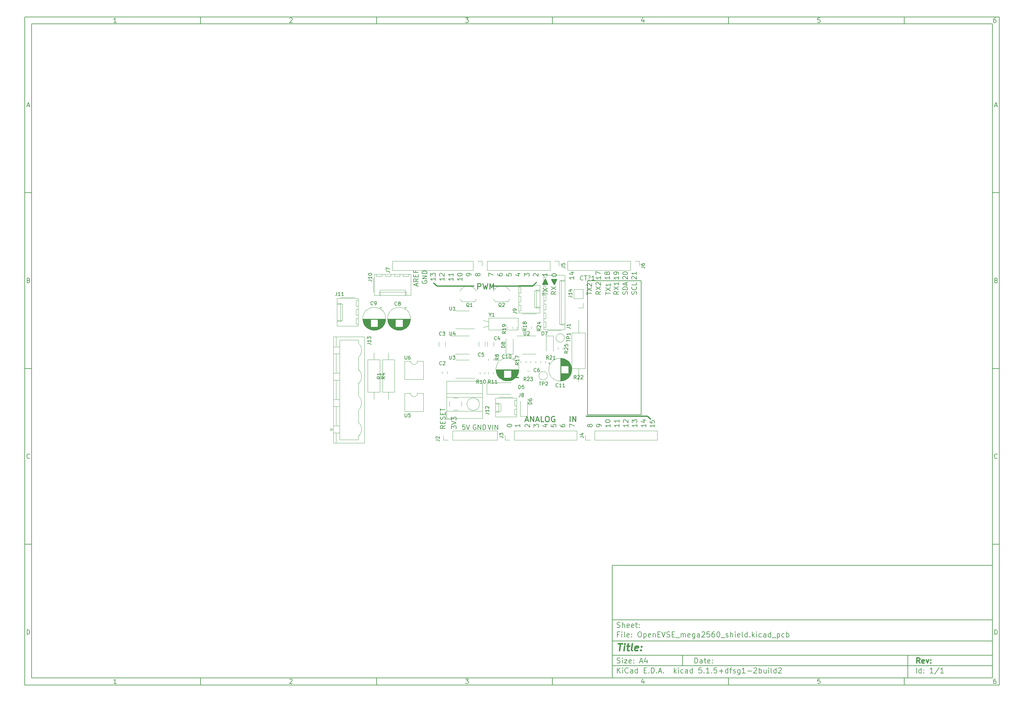
<source format=gto>
G04 #@! TF.GenerationSoftware,KiCad,Pcbnew,5.1.5+dfsg1-2build2*
G04 #@! TF.CreationDate,2023-01-29T23:08:56+01:00*
G04 #@! TF.ProjectId,OpenEVSE_mega2560_shield,4f70656e-4556-4534-955f-6d6567613235,rev?*
G04 #@! TF.SameCoordinates,Original*
G04 #@! TF.FileFunction,Legend,Top*
G04 #@! TF.FilePolarity,Positive*
%FSLAX46Y46*%
G04 Gerber Fmt 4.6, Leading zero omitted, Abs format (unit mm)*
G04 Created by KiCad (PCBNEW 5.1.5+dfsg1-2build2) date 2023-01-29 23:08:56*
%MOMM*%
%LPD*%
G04 APERTURE LIST*
%ADD10C,0.100000*%
%ADD11C,0.150000*%
%ADD12C,0.300000*%
%ADD13C,0.400000*%
%ADD14C,0.304800*%
%ADD15C,0.406400*%
%ADD16C,0.170688*%
%ADD17C,0.251460*%
%ADD18C,0.142240*%
%ADD19C,0.152400*%
%ADD20C,0.120000*%
%ADD21C,0.127000*%
G04 APERTURE END LIST*
D10*
D11*
X177002200Y-166007200D02*
X177002200Y-198007200D01*
X285002200Y-198007200D01*
X285002200Y-166007200D01*
X177002200Y-166007200D01*
D10*
D11*
X10000000Y-10000000D02*
X10000000Y-200007200D01*
X287002200Y-200007200D01*
X287002200Y-10000000D01*
X10000000Y-10000000D01*
D10*
D11*
X12000000Y-12000000D02*
X12000000Y-198007200D01*
X285002200Y-198007200D01*
X285002200Y-12000000D01*
X12000000Y-12000000D01*
D10*
D11*
X60000000Y-12000000D02*
X60000000Y-10000000D01*
D10*
D11*
X110000000Y-12000000D02*
X110000000Y-10000000D01*
D10*
D11*
X160000000Y-12000000D02*
X160000000Y-10000000D01*
D10*
D11*
X210000000Y-12000000D02*
X210000000Y-10000000D01*
D10*
D11*
X260000000Y-12000000D02*
X260000000Y-10000000D01*
D10*
D11*
X36065476Y-11588095D02*
X35322619Y-11588095D01*
X35694047Y-11588095D02*
X35694047Y-10288095D01*
X35570238Y-10473809D01*
X35446428Y-10597619D01*
X35322619Y-10659523D01*
D10*
D11*
X85322619Y-10411904D02*
X85384523Y-10350000D01*
X85508333Y-10288095D01*
X85817857Y-10288095D01*
X85941666Y-10350000D01*
X86003571Y-10411904D01*
X86065476Y-10535714D01*
X86065476Y-10659523D01*
X86003571Y-10845238D01*
X85260714Y-11588095D01*
X86065476Y-11588095D01*
D10*
D11*
X135260714Y-10288095D02*
X136065476Y-10288095D01*
X135632142Y-10783333D01*
X135817857Y-10783333D01*
X135941666Y-10845238D01*
X136003571Y-10907142D01*
X136065476Y-11030952D01*
X136065476Y-11340476D01*
X136003571Y-11464285D01*
X135941666Y-11526190D01*
X135817857Y-11588095D01*
X135446428Y-11588095D01*
X135322619Y-11526190D01*
X135260714Y-11464285D01*
D10*
D11*
X185941666Y-10721428D02*
X185941666Y-11588095D01*
X185632142Y-10226190D02*
X185322619Y-11154761D01*
X186127380Y-11154761D01*
D10*
D11*
X236003571Y-10288095D02*
X235384523Y-10288095D01*
X235322619Y-10907142D01*
X235384523Y-10845238D01*
X235508333Y-10783333D01*
X235817857Y-10783333D01*
X235941666Y-10845238D01*
X236003571Y-10907142D01*
X236065476Y-11030952D01*
X236065476Y-11340476D01*
X236003571Y-11464285D01*
X235941666Y-11526190D01*
X235817857Y-11588095D01*
X235508333Y-11588095D01*
X235384523Y-11526190D01*
X235322619Y-11464285D01*
D10*
D11*
X285941666Y-10288095D02*
X285694047Y-10288095D01*
X285570238Y-10350000D01*
X285508333Y-10411904D01*
X285384523Y-10597619D01*
X285322619Y-10845238D01*
X285322619Y-11340476D01*
X285384523Y-11464285D01*
X285446428Y-11526190D01*
X285570238Y-11588095D01*
X285817857Y-11588095D01*
X285941666Y-11526190D01*
X286003571Y-11464285D01*
X286065476Y-11340476D01*
X286065476Y-11030952D01*
X286003571Y-10907142D01*
X285941666Y-10845238D01*
X285817857Y-10783333D01*
X285570238Y-10783333D01*
X285446428Y-10845238D01*
X285384523Y-10907142D01*
X285322619Y-11030952D01*
D10*
D11*
X60000000Y-198007200D02*
X60000000Y-200007200D01*
D10*
D11*
X110000000Y-198007200D02*
X110000000Y-200007200D01*
D10*
D11*
X160000000Y-198007200D02*
X160000000Y-200007200D01*
D10*
D11*
X210000000Y-198007200D02*
X210000000Y-200007200D01*
D10*
D11*
X260000000Y-198007200D02*
X260000000Y-200007200D01*
D10*
D11*
X36065476Y-199595295D02*
X35322619Y-199595295D01*
X35694047Y-199595295D02*
X35694047Y-198295295D01*
X35570238Y-198481009D01*
X35446428Y-198604819D01*
X35322619Y-198666723D01*
D10*
D11*
X85322619Y-198419104D02*
X85384523Y-198357200D01*
X85508333Y-198295295D01*
X85817857Y-198295295D01*
X85941666Y-198357200D01*
X86003571Y-198419104D01*
X86065476Y-198542914D01*
X86065476Y-198666723D01*
X86003571Y-198852438D01*
X85260714Y-199595295D01*
X86065476Y-199595295D01*
D10*
D11*
X135260714Y-198295295D02*
X136065476Y-198295295D01*
X135632142Y-198790533D01*
X135817857Y-198790533D01*
X135941666Y-198852438D01*
X136003571Y-198914342D01*
X136065476Y-199038152D01*
X136065476Y-199347676D01*
X136003571Y-199471485D01*
X135941666Y-199533390D01*
X135817857Y-199595295D01*
X135446428Y-199595295D01*
X135322619Y-199533390D01*
X135260714Y-199471485D01*
D10*
D11*
X185941666Y-198728628D02*
X185941666Y-199595295D01*
X185632142Y-198233390D02*
X185322619Y-199161961D01*
X186127380Y-199161961D01*
D10*
D11*
X236003571Y-198295295D02*
X235384523Y-198295295D01*
X235322619Y-198914342D01*
X235384523Y-198852438D01*
X235508333Y-198790533D01*
X235817857Y-198790533D01*
X235941666Y-198852438D01*
X236003571Y-198914342D01*
X236065476Y-199038152D01*
X236065476Y-199347676D01*
X236003571Y-199471485D01*
X235941666Y-199533390D01*
X235817857Y-199595295D01*
X235508333Y-199595295D01*
X235384523Y-199533390D01*
X235322619Y-199471485D01*
D10*
D11*
X285941666Y-198295295D02*
X285694047Y-198295295D01*
X285570238Y-198357200D01*
X285508333Y-198419104D01*
X285384523Y-198604819D01*
X285322619Y-198852438D01*
X285322619Y-199347676D01*
X285384523Y-199471485D01*
X285446428Y-199533390D01*
X285570238Y-199595295D01*
X285817857Y-199595295D01*
X285941666Y-199533390D01*
X286003571Y-199471485D01*
X286065476Y-199347676D01*
X286065476Y-199038152D01*
X286003571Y-198914342D01*
X285941666Y-198852438D01*
X285817857Y-198790533D01*
X285570238Y-198790533D01*
X285446428Y-198852438D01*
X285384523Y-198914342D01*
X285322619Y-199038152D01*
D10*
D11*
X10000000Y-60000000D02*
X12000000Y-60000000D01*
D10*
D11*
X10000000Y-110000000D02*
X12000000Y-110000000D01*
D10*
D11*
X10000000Y-160000000D02*
X12000000Y-160000000D01*
D10*
D11*
X10690476Y-35216666D02*
X11309523Y-35216666D01*
X10566666Y-35588095D02*
X11000000Y-34288095D01*
X11433333Y-35588095D01*
D10*
D11*
X11092857Y-84907142D02*
X11278571Y-84969047D01*
X11340476Y-85030952D01*
X11402380Y-85154761D01*
X11402380Y-85340476D01*
X11340476Y-85464285D01*
X11278571Y-85526190D01*
X11154761Y-85588095D01*
X10659523Y-85588095D01*
X10659523Y-84288095D01*
X11092857Y-84288095D01*
X11216666Y-84350000D01*
X11278571Y-84411904D01*
X11340476Y-84535714D01*
X11340476Y-84659523D01*
X11278571Y-84783333D01*
X11216666Y-84845238D01*
X11092857Y-84907142D01*
X10659523Y-84907142D01*
D10*
D11*
X11402380Y-135464285D02*
X11340476Y-135526190D01*
X11154761Y-135588095D01*
X11030952Y-135588095D01*
X10845238Y-135526190D01*
X10721428Y-135402380D01*
X10659523Y-135278571D01*
X10597619Y-135030952D01*
X10597619Y-134845238D01*
X10659523Y-134597619D01*
X10721428Y-134473809D01*
X10845238Y-134350000D01*
X11030952Y-134288095D01*
X11154761Y-134288095D01*
X11340476Y-134350000D01*
X11402380Y-134411904D01*
D10*
D11*
X10659523Y-185588095D02*
X10659523Y-184288095D01*
X10969047Y-184288095D01*
X11154761Y-184350000D01*
X11278571Y-184473809D01*
X11340476Y-184597619D01*
X11402380Y-184845238D01*
X11402380Y-185030952D01*
X11340476Y-185278571D01*
X11278571Y-185402380D01*
X11154761Y-185526190D01*
X10969047Y-185588095D01*
X10659523Y-185588095D01*
D10*
D11*
X287002200Y-60000000D02*
X285002200Y-60000000D01*
D10*
D11*
X287002200Y-110000000D02*
X285002200Y-110000000D01*
D10*
D11*
X287002200Y-160000000D02*
X285002200Y-160000000D01*
D10*
D11*
X285692676Y-35216666D02*
X286311723Y-35216666D01*
X285568866Y-35588095D02*
X286002200Y-34288095D01*
X286435533Y-35588095D01*
D10*
D11*
X286095057Y-84907142D02*
X286280771Y-84969047D01*
X286342676Y-85030952D01*
X286404580Y-85154761D01*
X286404580Y-85340476D01*
X286342676Y-85464285D01*
X286280771Y-85526190D01*
X286156961Y-85588095D01*
X285661723Y-85588095D01*
X285661723Y-84288095D01*
X286095057Y-84288095D01*
X286218866Y-84350000D01*
X286280771Y-84411904D01*
X286342676Y-84535714D01*
X286342676Y-84659523D01*
X286280771Y-84783333D01*
X286218866Y-84845238D01*
X286095057Y-84907142D01*
X285661723Y-84907142D01*
D10*
D11*
X286404580Y-135464285D02*
X286342676Y-135526190D01*
X286156961Y-135588095D01*
X286033152Y-135588095D01*
X285847438Y-135526190D01*
X285723628Y-135402380D01*
X285661723Y-135278571D01*
X285599819Y-135030952D01*
X285599819Y-134845238D01*
X285661723Y-134597619D01*
X285723628Y-134473809D01*
X285847438Y-134350000D01*
X286033152Y-134288095D01*
X286156961Y-134288095D01*
X286342676Y-134350000D01*
X286404580Y-134411904D01*
D10*
D11*
X285661723Y-185588095D02*
X285661723Y-184288095D01*
X285971247Y-184288095D01*
X286156961Y-184350000D01*
X286280771Y-184473809D01*
X286342676Y-184597619D01*
X286404580Y-184845238D01*
X286404580Y-185030952D01*
X286342676Y-185278571D01*
X286280771Y-185402380D01*
X286156961Y-185526190D01*
X285971247Y-185588095D01*
X285661723Y-185588095D01*
D10*
D11*
X200434342Y-193785771D02*
X200434342Y-192285771D01*
X200791485Y-192285771D01*
X201005771Y-192357200D01*
X201148628Y-192500057D01*
X201220057Y-192642914D01*
X201291485Y-192928628D01*
X201291485Y-193142914D01*
X201220057Y-193428628D01*
X201148628Y-193571485D01*
X201005771Y-193714342D01*
X200791485Y-193785771D01*
X200434342Y-193785771D01*
X202577200Y-193785771D02*
X202577200Y-193000057D01*
X202505771Y-192857200D01*
X202362914Y-192785771D01*
X202077200Y-192785771D01*
X201934342Y-192857200D01*
X202577200Y-193714342D02*
X202434342Y-193785771D01*
X202077200Y-193785771D01*
X201934342Y-193714342D01*
X201862914Y-193571485D01*
X201862914Y-193428628D01*
X201934342Y-193285771D01*
X202077200Y-193214342D01*
X202434342Y-193214342D01*
X202577200Y-193142914D01*
X203077200Y-192785771D02*
X203648628Y-192785771D01*
X203291485Y-192285771D02*
X203291485Y-193571485D01*
X203362914Y-193714342D01*
X203505771Y-193785771D01*
X203648628Y-193785771D01*
X204720057Y-193714342D02*
X204577200Y-193785771D01*
X204291485Y-193785771D01*
X204148628Y-193714342D01*
X204077200Y-193571485D01*
X204077200Y-193000057D01*
X204148628Y-192857200D01*
X204291485Y-192785771D01*
X204577200Y-192785771D01*
X204720057Y-192857200D01*
X204791485Y-193000057D01*
X204791485Y-193142914D01*
X204077200Y-193285771D01*
X205434342Y-193642914D02*
X205505771Y-193714342D01*
X205434342Y-193785771D01*
X205362914Y-193714342D01*
X205434342Y-193642914D01*
X205434342Y-193785771D01*
X205434342Y-192857200D02*
X205505771Y-192928628D01*
X205434342Y-193000057D01*
X205362914Y-192928628D01*
X205434342Y-192857200D01*
X205434342Y-193000057D01*
D10*
D11*
X177002200Y-194507200D02*
X285002200Y-194507200D01*
D10*
D11*
X178434342Y-196585771D02*
X178434342Y-195085771D01*
X179291485Y-196585771D02*
X178648628Y-195728628D01*
X179291485Y-195085771D02*
X178434342Y-195942914D01*
X179934342Y-196585771D02*
X179934342Y-195585771D01*
X179934342Y-195085771D02*
X179862914Y-195157200D01*
X179934342Y-195228628D01*
X180005771Y-195157200D01*
X179934342Y-195085771D01*
X179934342Y-195228628D01*
X181505771Y-196442914D02*
X181434342Y-196514342D01*
X181220057Y-196585771D01*
X181077200Y-196585771D01*
X180862914Y-196514342D01*
X180720057Y-196371485D01*
X180648628Y-196228628D01*
X180577200Y-195942914D01*
X180577200Y-195728628D01*
X180648628Y-195442914D01*
X180720057Y-195300057D01*
X180862914Y-195157200D01*
X181077200Y-195085771D01*
X181220057Y-195085771D01*
X181434342Y-195157200D01*
X181505771Y-195228628D01*
X182791485Y-196585771D02*
X182791485Y-195800057D01*
X182720057Y-195657200D01*
X182577200Y-195585771D01*
X182291485Y-195585771D01*
X182148628Y-195657200D01*
X182791485Y-196514342D02*
X182648628Y-196585771D01*
X182291485Y-196585771D01*
X182148628Y-196514342D01*
X182077200Y-196371485D01*
X182077200Y-196228628D01*
X182148628Y-196085771D01*
X182291485Y-196014342D01*
X182648628Y-196014342D01*
X182791485Y-195942914D01*
X184148628Y-196585771D02*
X184148628Y-195085771D01*
X184148628Y-196514342D02*
X184005771Y-196585771D01*
X183720057Y-196585771D01*
X183577200Y-196514342D01*
X183505771Y-196442914D01*
X183434342Y-196300057D01*
X183434342Y-195871485D01*
X183505771Y-195728628D01*
X183577200Y-195657200D01*
X183720057Y-195585771D01*
X184005771Y-195585771D01*
X184148628Y-195657200D01*
X186005771Y-195800057D02*
X186505771Y-195800057D01*
X186720057Y-196585771D02*
X186005771Y-196585771D01*
X186005771Y-195085771D01*
X186720057Y-195085771D01*
X187362914Y-196442914D02*
X187434342Y-196514342D01*
X187362914Y-196585771D01*
X187291485Y-196514342D01*
X187362914Y-196442914D01*
X187362914Y-196585771D01*
X188077200Y-196585771D02*
X188077200Y-195085771D01*
X188434342Y-195085771D01*
X188648628Y-195157200D01*
X188791485Y-195300057D01*
X188862914Y-195442914D01*
X188934342Y-195728628D01*
X188934342Y-195942914D01*
X188862914Y-196228628D01*
X188791485Y-196371485D01*
X188648628Y-196514342D01*
X188434342Y-196585771D01*
X188077200Y-196585771D01*
X189577200Y-196442914D02*
X189648628Y-196514342D01*
X189577200Y-196585771D01*
X189505771Y-196514342D01*
X189577200Y-196442914D01*
X189577200Y-196585771D01*
X190220057Y-196157200D02*
X190934342Y-196157200D01*
X190077200Y-196585771D02*
X190577200Y-195085771D01*
X191077200Y-196585771D01*
X191577200Y-196442914D02*
X191648628Y-196514342D01*
X191577200Y-196585771D01*
X191505771Y-196514342D01*
X191577200Y-196442914D01*
X191577200Y-196585771D01*
X194577200Y-196585771D02*
X194577200Y-195085771D01*
X194720057Y-196014342D02*
X195148628Y-196585771D01*
X195148628Y-195585771D02*
X194577200Y-196157200D01*
X195791485Y-196585771D02*
X195791485Y-195585771D01*
X195791485Y-195085771D02*
X195720057Y-195157200D01*
X195791485Y-195228628D01*
X195862914Y-195157200D01*
X195791485Y-195085771D01*
X195791485Y-195228628D01*
X197148628Y-196514342D02*
X197005771Y-196585771D01*
X196720057Y-196585771D01*
X196577200Y-196514342D01*
X196505771Y-196442914D01*
X196434342Y-196300057D01*
X196434342Y-195871485D01*
X196505771Y-195728628D01*
X196577200Y-195657200D01*
X196720057Y-195585771D01*
X197005771Y-195585771D01*
X197148628Y-195657200D01*
X198434342Y-196585771D02*
X198434342Y-195800057D01*
X198362914Y-195657200D01*
X198220057Y-195585771D01*
X197934342Y-195585771D01*
X197791485Y-195657200D01*
X198434342Y-196514342D02*
X198291485Y-196585771D01*
X197934342Y-196585771D01*
X197791485Y-196514342D01*
X197720057Y-196371485D01*
X197720057Y-196228628D01*
X197791485Y-196085771D01*
X197934342Y-196014342D01*
X198291485Y-196014342D01*
X198434342Y-195942914D01*
X199791485Y-196585771D02*
X199791485Y-195085771D01*
X199791485Y-196514342D02*
X199648628Y-196585771D01*
X199362914Y-196585771D01*
X199220057Y-196514342D01*
X199148628Y-196442914D01*
X199077200Y-196300057D01*
X199077200Y-195871485D01*
X199148628Y-195728628D01*
X199220057Y-195657200D01*
X199362914Y-195585771D01*
X199648628Y-195585771D01*
X199791485Y-195657200D01*
X202362914Y-195085771D02*
X201648628Y-195085771D01*
X201577200Y-195800057D01*
X201648628Y-195728628D01*
X201791485Y-195657200D01*
X202148628Y-195657200D01*
X202291485Y-195728628D01*
X202362914Y-195800057D01*
X202434342Y-195942914D01*
X202434342Y-196300057D01*
X202362914Y-196442914D01*
X202291485Y-196514342D01*
X202148628Y-196585771D01*
X201791485Y-196585771D01*
X201648628Y-196514342D01*
X201577200Y-196442914D01*
X203077200Y-196442914D02*
X203148628Y-196514342D01*
X203077200Y-196585771D01*
X203005771Y-196514342D01*
X203077200Y-196442914D01*
X203077200Y-196585771D01*
X204577200Y-196585771D02*
X203720057Y-196585771D01*
X204148628Y-196585771D02*
X204148628Y-195085771D01*
X204005771Y-195300057D01*
X203862914Y-195442914D01*
X203720057Y-195514342D01*
X205220057Y-196442914D02*
X205291485Y-196514342D01*
X205220057Y-196585771D01*
X205148628Y-196514342D01*
X205220057Y-196442914D01*
X205220057Y-196585771D01*
X206648628Y-195085771D02*
X205934342Y-195085771D01*
X205862914Y-195800057D01*
X205934342Y-195728628D01*
X206077200Y-195657200D01*
X206434342Y-195657200D01*
X206577200Y-195728628D01*
X206648628Y-195800057D01*
X206720057Y-195942914D01*
X206720057Y-196300057D01*
X206648628Y-196442914D01*
X206577200Y-196514342D01*
X206434342Y-196585771D01*
X206077200Y-196585771D01*
X205934342Y-196514342D01*
X205862914Y-196442914D01*
X207362914Y-196014342D02*
X208505771Y-196014342D01*
X207934342Y-196585771D02*
X207934342Y-195442914D01*
X209862914Y-196585771D02*
X209862914Y-195085771D01*
X209862914Y-196514342D02*
X209720057Y-196585771D01*
X209434342Y-196585771D01*
X209291485Y-196514342D01*
X209220057Y-196442914D01*
X209148628Y-196300057D01*
X209148628Y-195871485D01*
X209220057Y-195728628D01*
X209291485Y-195657200D01*
X209434342Y-195585771D01*
X209720057Y-195585771D01*
X209862914Y-195657200D01*
X210362914Y-195585771D02*
X210934342Y-195585771D01*
X210577200Y-196585771D02*
X210577200Y-195300057D01*
X210648628Y-195157200D01*
X210791485Y-195085771D01*
X210934342Y-195085771D01*
X211362914Y-196514342D02*
X211505771Y-196585771D01*
X211791485Y-196585771D01*
X211934342Y-196514342D01*
X212005771Y-196371485D01*
X212005771Y-196300057D01*
X211934342Y-196157200D01*
X211791485Y-196085771D01*
X211577200Y-196085771D01*
X211434342Y-196014342D01*
X211362914Y-195871485D01*
X211362914Y-195800057D01*
X211434342Y-195657200D01*
X211577200Y-195585771D01*
X211791485Y-195585771D01*
X211934342Y-195657200D01*
X213291485Y-195585771D02*
X213291485Y-196800057D01*
X213220057Y-196942914D01*
X213148628Y-197014342D01*
X213005771Y-197085771D01*
X212791485Y-197085771D01*
X212648628Y-197014342D01*
X213291485Y-196514342D02*
X213148628Y-196585771D01*
X212862914Y-196585771D01*
X212720057Y-196514342D01*
X212648628Y-196442914D01*
X212577200Y-196300057D01*
X212577200Y-195871485D01*
X212648628Y-195728628D01*
X212720057Y-195657200D01*
X212862914Y-195585771D01*
X213148628Y-195585771D01*
X213291485Y-195657200D01*
X214791485Y-196585771D02*
X213934342Y-196585771D01*
X214362914Y-196585771D02*
X214362914Y-195085771D01*
X214220057Y-195300057D01*
X214077200Y-195442914D01*
X213934342Y-195514342D01*
X215434342Y-196014342D02*
X216577200Y-196014342D01*
X217220057Y-195228628D02*
X217291485Y-195157200D01*
X217434342Y-195085771D01*
X217791485Y-195085771D01*
X217934342Y-195157200D01*
X218005771Y-195228628D01*
X218077200Y-195371485D01*
X218077200Y-195514342D01*
X218005771Y-195728628D01*
X217148628Y-196585771D01*
X218077200Y-196585771D01*
X218720057Y-196585771D02*
X218720057Y-195085771D01*
X218720057Y-195657200D02*
X218862914Y-195585771D01*
X219148628Y-195585771D01*
X219291485Y-195657200D01*
X219362914Y-195728628D01*
X219434342Y-195871485D01*
X219434342Y-196300057D01*
X219362914Y-196442914D01*
X219291485Y-196514342D01*
X219148628Y-196585771D01*
X218862914Y-196585771D01*
X218720057Y-196514342D01*
X220720057Y-195585771D02*
X220720057Y-196585771D01*
X220077200Y-195585771D02*
X220077200Y-196371485D01*
X220148628Y-196514342D01*
X220291485Y-196585771D01*
X220505771Y-196585771D01*
X220648628Y-196514342D01*
X220720057Y-196442914D01*
X221434342Y-196585771D02*
X221434342Y-195585771D01*
X221434342Y-195085771D02*
X221362914Y-195157200D01*
X221434342Y-195228628D01*
X221505771Y-195157200D01*
X221434342Y-195085771D01*
X221434342Y-195228628D01*
X222362914Y-196585771D02*
X222220057Y-196514342D01*
X222148628Y-196371485D01*
X222148628Y-195085771D01*
X223577200Y-196585771D02*
X223577200Y-195085771D01*
X223577200Y-196514342D02*
X223434342Y-196585771D01*
X223148628Y-196585771D01*
X223005771Y-196514342D01*
X222934342Y-196442914D01*
X222862914Y-196300057D01*
X222862914Y-195871485D01*
X222934342Y-195728628D01*
X223005771Y-195657200D01*
X223148628Y-195585771D01*
X223434342Y-195585771D01*
X223577200Y-195657200D01*
X224220057Y-195228628D02*
X224291485Y-195157200D01*
X224434342Y-195085771D01*
X224791485Y-195085771D01*
X224934342Y-195157200D01*
X225005771Y-195228628D01*
X225077200Y-195371485D01*
X225077200Y-195514342D01*
X225005771Y-195728628D01*
X224148628Y-196585771D01*
X225077200Y-196585771D01*
D10*
D11*
X177002200Y-191507200D02*
X285002200Y-191507200D01*
D10*
D12*
X264411485Y-193785771D02*
X263911485Y-193071485D01*
X263554342Y-193785771D02*
X263554342Y-192285771D01*
X264125771Y-192285771D01*
X264268628Y-192357200D01*
X264340057Y-192428628D01*
X264411485Y-192571485D01*
X264411485Y-192785771D01*
X264340057Y-192928628D01*
X264268628Y-193000057D01*
X264125771Y-193071485D01*
X263554342Y-193071485D01*
X265625771Y-193714342D02*
X265482914Y-193785771D01*
X265197200Y-193785771D01*
X265054342Y-193714342D01*
X264982914Y-193571485D01*
X264982914Y-193000057D01*
X265054342Y-192857200D01*
X265197200Y-192785771D01*
X265482914Y-192785771D01*
X265625771Y-192857200D01*
X265697200Y-193000057D01*
X265697200Y-193142914D01*
X264982914Y-193285771D01*
X266197200Y-192785771D02*
X266554342Y-193785771D01*
X266911485Y-192785771D01*
X267482914Y-193642914D02*
X267554342Y-193714342D01*
X267482914Y-193785771D01*
X267411485Y-193714342D01*
X267482914Y-193642914D01*
X267482914Y-193785771D01*
X267482914Y-192857200D02*
X267554342Y-192928628D01*
X267482914Y-193000057D01*
X267411485Y-192928628D01*
X267482914Y-192857200D01*
X267482914Y-193000057D01*
D10*
D11*
X178362914Y-193714342D02*
X178577200Y-193785771D01*
X178934342Y-193785771D01*
X179077200Y-193714342D01*
X179148628Y-193642914D01*
X179220057Y-193500057D01*
X179220057Y-193357200D01*
X179148628Y-193214342D01*
X179077200Y-193142914D01*
X178934342Y-193071485D01*
X178648628Y-193000057D01*
X178505771Y-192928628D01*
X178434342Y-192857200D01*
X178362914Y-192714342D01*
X178362914Y-192571485D01*
X178434342Y-192428628D01*
X178505771Y-192357200D01*
X178648628Y-192285771D01*
X179005771Y-192285771D01*
X179220057Y-192357200D01*
X179862914Y-193785771D02*
X179862914Y-192785771D01*
X179862914Y-192285771D02*
X179791485Y-192357200D01*
X179862914Y-192428628D01*
X179934342Y-192357200D01*
X179862914Y-192285771D01*
X179862914Y-192428628D01*
X180434342Y-192785771D02*
X181220057Y-192785771D01*
X180434342Y-193785771D01*
X181220057Y-193785771D01*
X182362914Y-193714342D02*
X182220057Y-193785771D01*
X181934342Y-193785771D01*
X181791485Y-193714342D01*
X181720057Y-193571485D01*
X181720057Y-193000057D01*
X181791485Y-192857200D01*
X181934342Y-192785771D01*
X182220057Y-192785771D01*
X182362914Y-192857200D01*
X182434342Y-193000057D01*
X182434342Y-193142914D01*
X181720057Y-193285771D01*
X183077200Y-193642914D02*
X183148628Y-193714342D01*
X183077200Y-193785771D01*
X183005771Y-193714342D01*
X183077200Y-193642914D01*
X183077200Y-193785771D01*
X183077200Y-192857200D02*
X183148628Y-192928628D01*
X183077200Y-193000057D01*
X183005771Y-192928628D01*
X183077200Y-192857200D01*
X183077200Y-193000057D01*
X184862914Y-193357200D02*
X185577200Y-193357200D01*
X184720057Y-193785771D02*
X185220057Y-192285771D01*
X185720057Y-193785771D01*
X186862914Y-192785771D02*
X186862914Y-193785771D01*
X186505771Y-192214342D02*
X186148628Y-193285771D01*
X187077200Y-193285771D01*
D10*
D11*
X263434342Y-196585771D02*
X263434342Y-195085771D01*
X264791485Y-196585771D02*
X264791485Y-195085771D01*
X264791485Y-196514342D02*
X264648628Y-196585771D01*
X264362914Y-196585771D01*
X264220057Y-196514342D01*
X264148628Y-196442914D01*
X264077200Y-196300057D01*
X264077200Y-195871485D01*
X264148628Y-195728628D01*
X264220057Y-195657200D01*
X264362914Y-195585771D01*
X264648628Y-195585771D01*
X264791485Y-195657200D01*
X265505771Y-196442914D02*
X265577200Y-196514342D01*
X265505771Y-196585771D01*
X265434342Y-196514342D01*
X265505771Y-196442914D01*
X265505771Y-196585771D01*
X265505771Y-195657200D02*
X265577200Y-195728628D01*
X265505771Y-195800057D01*
X265434342Y-195728628D01*
X265505771Y-195657200D01*
X265505771Y-195800057D01*
X268148628Y-196585771D02*
X267291485Y-196585771D01*
X267720057Y-196585771D02*
X267720057Y-195085771D01*
X267577200Y-195300057D01*
X267434342Y-195442914D01*
X267291485Y-195514342D01*
X269862914Y-195014342D02*
X268577200Y-196942914D01*
X271148628Y-196585771D02*
X270291485Y-196585771D01*
X270720057Y-196585771D02*
X270720057Y-195085771D01*
X270577200Y-195300057D01*
X270434342Y-195442914D01*
X270291485Y-195514342D01*
D10*
D11*
X177002200Y-187507200D02*
X285002200Y-187507200D01*
D10*
D13*
X178714580Y-188211961D02*
X179857438Y-188211961D01*
X179036009Y-190211961D02*
X179286009Y-188211961D01*
X180274104Y-190211961D02*
X180440771Y-188878628D01*
X180524104Y-188211961D02*
X180416961Y-188307200D01*
X180500295Y-188402438D01*
X180607438Y-188307200D01*
X180524104Y-188211961D01*
X180500295Y-188402438D01*
X181107438Y-188878628D02*
X181869342Y-188878628D01*
X181476485Y-188211961D02*
X181262200Y-189926247D01*
X181333628Y-190116723D01*
X181512200Y-190211961D01*
X181702676Y-190211961D01*
X182655057Y-190211961D02*
X182476485Y-190116723D01*
X182405057Y-189926247D01*
X182619342Y-188211961D01*
X184190771Y-190116723D02*
X183988390Y-190211961D01*
X183607438Y-190211961D01*
X183428866Y-190116723D01*
X183357438Y-189926247D01*
X183452676Y-189164342D01*
X183571723Y-188973866D01*
X183774104Y-188878628D01*
X184155057Y-188878628D01*
X184333628Y-188973866D01*
X184405057Y-189164342D01*
X184381247Y-189354819D01*
X183405057Y-189545295D01*
X185155057Y-190021485D02*
X185238390Y-190116723D01*
X185131247Y-190211961D01*
X185047914Y-190116723D01*
X185155057Y-190021485D01*
X185131247Y-190211961D01*
X185286009Y-188973866D02*
X185369342Y-189069104D01*
X185262200Y-189164342D01*
X185178866Y-189069104D01*
X185286009Y-188973866D01*
X185262200Y-189164342D01*
D10*
D11*
X178934342Y-185600057D02*
X178434342Y-185600057D01*
X178434342Y-186385771D02*
X178434342Y-184885771D01*
X179148628Y-184885771D01*
X179720057Y-186385771D02*
X179720057Y-185385771D01*
X179720057Y-184885771D02*
X179648628Y-184957200D01*
X179720057Y-185028628D01*
X179791485Y-184957200D01*
X179720057Y-184885771D01*
X179720057Y-185028628D01*
X180648628Y-186385771D02*
X180505771Y-186314342D01*
X180434342Y-186171485D01*
X180434342Y-184885771D01*
X181791485Y-186314342D02*
X181648628Y-186385771D01*
X181362914Y-186385771D01*
X181220057Y-186314342D01*
X181148628Y-186171485D01*
X181148628Y-185600057D01*
X181220057Y-185457200D01*
X181362914Y-185385771D01*
X181648628Y-185385771D01*
X181791485Y-185457200D01*
X181862914Y-185600057D01*
X181862914Y-185742914D01*
X181148628Y-185885771D01*
X182505771Y-186242914D02*
X182577200Y-186314342D01*
X182505771Y-186385771D01*
X182434342Y-186314342D01*
X182505771Y-186242914D01*
X182505771Y-186385771D01*
X182505771Y-185457200D02*
X182577200Y-185528628D01*
X182505771Y-185600057D01*
X182434342Y-185528628D01*
X182505771Y-185457200D01*
X182505771Y-185600057D01*
X184648628Y-184885771D02*
X184934342Y-184885771D01*
X185077200Y-184957200D01*
X185220057Y-185100057D01*
X185291485Y-185385771D01*
X185291485Y-185885771D01*
X185220057Y-186171485D01*
X185077200Y-186314342D01*
X184934342Y-186385771D01*
X184648628Y-186385771D01*
X184505771Y-186314342D01*
X184362914Y-186171485D01*
X184291485Y-185885771D01*
X184291485Y-185385771D01*
X184362914Y-185100057D01*
X184505771Y-184957200D01*
X184648628Y-184885771D01*
X185934342Y-185385771D02*
X185934342Y-186885771D01*
X185934342Y-185457200D02*
X186077200Y-185385771D01*
X186362914Y-185385771D01*
X186505771Y-185457200D01*
X186577200Y-185528628D01*
X186648628Y-185671485D01*
X186648628Y-186100057D01*
X186577200Y-186242914D01*
X186505771Y-186314342D01*
X186362914Y-186385771D01*
X186077200Y-186385771D01*
X185934342Y-186314342D01*
X187862914Y-186314342D02*
X187720057Y-186385771D01*
X187434342Y-186385771D01*
X187291485Y-186314342D01*
X187220057Y-186171485D01*
X187220057Y-185600057D01*
X187291485Y-185457200D01*
X187434342Y-185385771D01*
X187720057Y-185385771D01*
X187862914Y-185457200D01*
X187934342Y-185600057D01*
X187934342Y-185742914D01*
X187220057Y-185885771D01*
X188577200Y-185385771D02*
X188577200Y-186385771D01*
X188577200Y-185528628D02*
X188648628Y-185457200D01*
X188791485Y-185385771D01*
X189005771Y-185385771D01*
X189148628Y-185457200D01*
X189220057Y-185600057D01*
X189220057Y-186385771D01*
X189934342Y-185600057D02*
X190434342Y-185600057D01*
X190648628Y-186385771D02*
X189934342Y-186385771D01*
X189934342Y-184885771D01*
X190648628Y-184885771D01*
X191077200Y-184885771D02*
X191577200Y-186385771D01*
X192077200Y-184885771D01*
X192505771Y-186314342D02*
X192720057Y-186385771D01*
X193077200Y-186385771D01*
X193220057Y-186314342D01*
X193291485Y-186242914D01*
X193362914Y-186100057D01*
X193362914Y-185957200D01*
X193291485Y-185814342D01*
X193220057Y-185742914D01*
X193077200Y-185671485D01*
X192791485Y-185600057D01*
X192648628Y-185528628D01*
X192577200Y-185457200D01*
X192505771Y-185314342D01*
X192505771Y-185171485D01*
X192577200Y-185028628D01*
X192648628Y-184957200D01*
X192791485Y-184885771D01*
X193148628Y-184885771D01*
X193362914Y-184957200D01*
X194005771Y-185600057D02*
X194505771Y-185600057D01*
X194720057Y-186385771D02*
X194005771Y-186385771D01*
X194005771Y-184885771D01*
X194720057Y-184885771D01*
X195005771Y-186528628D02*
X196148628Y-186528628D01*
X196505771Y-186385771D02*
X196505771Y-185385771D01*
X196505771Y-185528628D02*
X196577200Y-185457200D01*
X196720057Y-185385771D01*
X196934342Y-185385771D01*
X197077200Y-185457200D01*
X197148628Y-185600057D01*
X197148628Y-186385771D01*
X197148628Y-185600057D02*
X197220057Y-185457200D01*
X197362914Y-185385771D01*
X197577200Y-185385771D01*
X197720057Y-185457200D01*
X197791485Y-185600057D01*
X197791485Y-186385771D01*
X199077200Y-186314342D02*
X198934342Y-186385771D01*
X198648628Y-186385771D01*
X198505771Y-186314342D01*
X198434342Y-186171485D01*
X198434342Y-185600057D01*
X198505771Y-185457200D01*
X198648628Y-185385771D01*
X198934342Y-185385771D01*
X199077200Y-185457200D01*
X199148628Y-185600057D01*
X199148628Y-185742914D01*
X198434342Y-185885771D01*
X200434342Y-185385771D02*
X200434342Y-186600057D01*
X200362914Y-186742914D01*
X200291485Y-186814342D01*
X200148628Y-186885771D01*
X199934342Y-186885771D01*
X199791485Y-186814342D01*
X200434342Y-186314342D02*
X200291485Y-186385771D01*
X200005771Y-186385771D01*
X199862914Y-186314342D01*
X199791485Y-186242914D01*
X199720057Y-186100057D01*
X199720057Y-185671485D01*
X199791485Y-185528628D01*
X199862914Y-185457200D01*
X200005771Y-185385771D01*
X200291485Y-185385771D01*
X200434342Y-185457200D01*
X201791485Y-186385771D02*
X201791485Y-185600057D01*
X201720057Y-185457200D01*
X201577200Y-185385771D01*
X201291485Y-185385771D01*
X201148628Y-185457200D01*
X201791485Y-186314342D02*
X201648628Y-186385771D01*
X201291485Y-186385771D01*
X201148628Y-186314342D01*
X201077200Y-186171485D01*
X201077200Y-186028628D01*
X201148628Y-185885771D01*
X201291485Y-185814342D01*
X201648628Y-185814342D01*
X201791485Y-185742914D01*
X202434342Y-185028628D02*
X202505771Y-184957200D01*
X202648628Y-184885771D01*
X203005771Y-184885771D01*
X203148628Y-184957200D01*
X203220057Y-185028628D01*
X203291485Y-185171485D01*
X203291485Y-185314342D01*
X203220057Y-185528628D01*
X202362914Y-186385771D01*
X203291485Y-186385771D01*
X204648628Y-184885771D02*
X203934342Y-184885771D01*
X203862914Y-185600057D01*
X203934342Y-185528628D01*
X204077200Y-185457200D01*
X204434342Y-185457200D01*
X204577200Y-185528628D01*
X204648628Y-185600057D01*
X204720057Y-185742914D01*
X204720057Y-186100057D01*
X204648628Y-186242914D01*
X204577200Y-186314342D01*
X204434342Y-186385771D01*
X204077200Y-186385771D01*
X203934342Y-186314342D01*
X203862914Y-186242914D01*
X206005771Y-184885771D02*
X205720057Y-184885771D01*
X205577200Y-184957200D01*
X205505771Y-185028628D01*
X205362914Y-185242914D01*
X205291485Y-185528628D01*
X205291485Y-186100057D01*
X205362914Y-186242914D01*
X205434342Y-186314342D01*
X205577200Y-186385771D01*
X205862914Y-186385771D01*
X206005771Y-186314342D01*
X206077200Y-186242914D01*
X206148628Y-186100057D01*
X206148628Y-185742914D01*
X206077200Y-185600057D01*
X206005771Y-185528628D01*
X205862914Y-185457200D01*
X205577200Y-185457200D01*
X205434342Y-185528628D01*
X205362914Y-185600057D01*
X205291485Y-185742914D01*
X207077200Y-184885771D02*
X207220057Y-184885771D01*
X207362914Y-184957200D01*
X207434342Y-185028628D01*
X207505771Y-185171485D01*
X207577200Y-185457200D01*
X207577200Y-185814342D01*
X207505771Y-186100057D01*
X207434342Y-186242914D01*
X207362914Y-186314342D01*
X207220057Y-186385771D01*
X207077200Y-186385771D01*
X206934342Y-186314342D01*
X206862914Y-186242914D01*
X206791485Y-186100057D01*
X206720057Y-185814342D01*
X206720057Y-185457200D01*
X206791485Y-185171485D01*
X206862914Y-185028628D01*
X206934342Y-184957200D01*
X207077200Y-184885771D01*
X207862914Y-186528628D02*
X209005771Y-186528628D01*
X209291485Y-186314342D02*
X209434342Y-186385771D01*
X209720057Y-186385771D01*
X209862914Y-186314342D01*
X209934342Y-186171485D01*
X209934342Y-186100057D01*
X209862914Y-185957200D01*
X209720057Y-185885771D01*
X209505771Y-185885771D01*
X209362914Y-185814342D01*
X209291485Y-185671485D01*
X209291485Y-185600057D01*
X209362914Y-185457200D01*
X209505771Y-185385771D01*
X209720057Y-185385771D01*
X209862914Y-185457200D01*
X210577200Y-186385771D02*
X210577200Y-184885771D01*
X211220057Y-186385771D02*
X211220057Y-185600057D01*
X211148628Y-185457200D01*
X211005771Y-185385771D01*
X210791485Y-185385771D01*
X210648628Y-185457200D01*
X210577200Y-185528628D01*
X211934342Y-186385771D02*
X211934342Y-185385771D01*
X211934342Y-184885771D02*
X211862914Y-184957200D01*
X211934342Y-185028628D01*
X212005771Y-184957200D01*
X211934342Y-184885771D01*
X211934342Y-185028628D01*
X213220057Y-186314342D02*
X213077200Y-186385771D01*
X212791485Y-186385771D01*
X212648628Y-186314342D01*
X212577200Y-186171485D01*
X212577200Y-185600057D01*
X212648628Y-185457200D01*
X212791485Y-185385771D01*
X213077200Y-185385771D01*
X213220057Y-185457200D01*
X213291485Y-185600057D01*
X213291485Y-185742914D01*
X212577200Y-185885771D01*
X214148628Y-186385771D02*
X214005771Y-186314342D01*
X213934342Y-186171485D01*
X213934342Y-184885771D01*
X215362914Y-186385771D02*
X215362914Y-184885771D01*
X215362914Y-186314342D02*
X215220057Y-186385771D01*
X214934342Y-186385771D01*
X214791485Y-186314342D01*
X214720057Y-186242914D01*
X214648628Y-186100057D01*
X214648628Y-185671485D01*
X214720057Y-185528628D01*
X214791485Y-185457200D01*
X214934342Y-185385771D01*
X215220057Y-185385771D01*
X215362914Y-185457200D01*
X216077200Y-186242914D02*
X216148628Y-186314342D01*
X216077200Y-186385771D01*
X216005771Y-186314342D01*
X216077200Y-186242914D01*
X216077200Y-186385771D01*
X216791485Y-186385771D02*
X216791485Y-184885771D01*
X216934342Y-185814342D02*
X217362914Y-186385771D01*
X217362914Y-185385771D02*
X216791485Y-185957200D01*
X218005771Y-186385771D02*
X218005771Y-185385771D01*
X218005771Y-184885771D02*
X217934342Y-184957200D01*
X218005771Y-185028628D01*
X218077200Y-184957200D01*
X218005771Y-184885771D01*
X218005771Y-185028628D01*
X219362914Y-186314342D02*
X219220057Y-186385771D01*
X218934342Y-186385771D01*
X218791485Y-186314342D01*
X218720057Y-186242914D01*
X218648628Y-186100057D01*
X218648628Y-185671485D01*
X218720057Y-185528628D01*
X218791485Y-185457200D01*
X218934342Y-185385771D01*
X219220057Y-185385771D01*
X219362914Y-185457200D01*
X220648628Y-186385771D02*
X220648628Y-185600057D01*
X220577200Y-185457200D01*
X220434342Y-185385771D01*
X220148628Y-185385771D01*
X220005771Y-185457200D01*
X220648628Y-186314342D02*
X220505771Y-186385771D01*
X220148628Y-186385771D01*
X220005771Y-186314342D01*
X219934342Y-186171485D01*
X219934342Y-186028628D01*
X220005771Y-185885771D01*
X220148628Y-185814342D01*
X220505771Y-185814342D01*
X220648628Y-185742914D01*
X222005771Y-186385771D02*
X222005771Y-184885771D01*
X222005771Y-186314342D02*
X221862914Y-186385771D01*
X221577200Y-186385771D01*
X221434342Y-186314342D01*
X221362914Y-186242914D01*
X221291485Y-186100057D01*
X221291485Y-185671485D01*
X221362914Y-185528628D01*
X221434342Y-185457200D01*
X221577200Y-185385771D01*
X221862914Y-185385771D01*
X222005771Y-185457200D01*
X222362914Y-186528628D02*
X223505771Y-186528628D01*
X223862914Y-185385771D02*
X223862914Y-186885771D01*
X223862914Y-185457200D02*
X224005771Y-185385771D01*
X224291485Y-185385771D01*
X224434342Y-185457200D01*
X224505771Y-185528628D01*
X224577200Y-185671485D01*
X224577200Y-186100057D01*
X224505771Y-186242914D01*
X224434342Y-186314342D01*
X224291485Y-186385771D01*
X224005771Y-186385771D01*
X223862914Y-186314342D01*
X225862914Y-186314342D02*
X225720057Y-186385771D01*
X225434342Y-186385771D01*
X225291485Y-186314342D01*
X225220057Y-186242914D01*
X225148628Y-186100057D01*
X225148628Y-185671485D01*
X225220057Y-185528628D01*
X225291485Y-185457200D01*
X225434342Y-185385771D01*
X225720057Y-185385771D01*
X225862914Y-185457200D01*
X226505771Y-186385771D02*
X226505771Y-184885771D01*
X226505771Y-185457200D02*
X226648628Y-185385771D01*
X226934342Y-185385771D01*
X227077200Y-185457200D01*
X227148628Y-185528628D01*
X227220057Y-185671485D01*
X227220057Y-186100057D01*
X227148628Y-186242914D01*
X227077200Y-186314342D01*
X226934342Y-186385771D01*
X226648628Y-186385771D01*
X226505771Y-186314342D01*
D10*
D11*
X177002200Y-181507200D02*
X285002200Y-181507200D01*
D10*
D11*
X178362914Y-183614342D02*
X178577200Y-183685771D01*
X178934342Y-183685771D01*
X179077200Y-183614342D01*
X179148628Y-183542914D01*
X179220057Y-183400057D01*
X179220057Y-183257200D01*
X179148628Y-183114342D01*
X179077200Y-183042914D01*
X178934342Y-182971485D01*
X178648628Y-182900057D01*
X178505771Y-182828628D01*
X178434342Y-182757200D01*
X178362914Y-182614342D01*
X178362914Y-182471485D01*
X178434342Y-182328628D01*
X178505771Y-182257200D01*
X178648628Y-182185771D01*
X179005771Y-182185771D01*
X179220057Y-182257200D01*
X179862914Y-183685771D02*
X179862914Y-182185771D01*
X180505771Y-183685771D02*
X180505771Y-182900057D01*
X180434342Y-182757200D01*
X180291485Y-182685771D01*
X180077200Y-182685771D01*
X179934342Y-182757200D01*
X179862914Y-182828628D01*
X181791485Y-183614342D02*
X181648628Y-183685771D01*
X181362914Y-183685771D01*
X181220057Y-183614342D01*
X181148628Y-183471485D01*
X181148628Y-182900057D01*
X181220057Y-182757200D01*
X181362914Y-182685771D01*
X181648628Y-182685771D01*
X181791485Y-182757200D01*
X181862914Y-182900057D01*
X181862914Y-183042914D01*
X181148628Y-183185771D01*
X183077200Y-183614342D02*
X182934342Y-183685771D01*
X182648628Y-183685771D01*
X182505771Y-183614342D01*
X182434342Y-183471485D01*
X182434342Y-182900057D01*
X182505771Y-182757200D01*
X182648628Y-182685771D01*
X182934342Y-182685771D01*
X183077200Y-182757200D01*
X183148628Y-182900057D01*
X183148628Y-183042914D01*
X182434342Y-183185771D01*
X183577200Y-182685771D02*
X184148628Y-182685771D01*
X183791485Y-182185771D02*
X183791485Y-183471485D01*
X183862914Y-183614342D01*
X184005771Y-183685771D01*
X184148628Y-183685771D01*
X184648628Y-183542914D02*
X184720057Y-183614342D01*
X184648628Y-183685771D01*
X184577200Y-183614342D01*
X184648628Y-183542914D01*
X184648628Y-183685771D01*
X184648628Y-182757200D02*
X184720057Y-182828628D01*
X184648628Y-182900057D01*
X184577200Y-182828628D01*
X184648628Y-182757200D01*
X184648628Y-182900057D01*
D10*
D11*
X197002200Y-191507200D02*
X197002200Y-194507200D01*
D10*
D11*
X261002200Y-191507200D02*
X261002200Y-198007200D01*
D14*
X143167100Y-86588600D02*
X154343100Y-86588600D01*
X154343100Y-86588600D02*
X155359100Y-85572600D01*
X137579100Y-86588600D02*
X127165100Y-86588600D01*
X127165100Y-86588600D02*
X126276100Y-85699600D01*
X150329900Y-112534700D02*
X148297900Y-112534700D01*
D15*
X157264100Y-85953600D02*
X157899100Y-84683600D01*
X157899100Y-84683600D02*
X158534100Y-85953600D01*
X157899100Y-85953600D02*
X157264100Y-85953600D01*
X157264100Y-85953600D02*
X157899100Y-85318600D01*
X157899100Y-85318600D02*
X157899100Y-85953600D01*
X157899100Y-85953600D02*
X158534100Y-85953600D01*
X158534100Y-85953600D02*
X157899100Y-85318600D01*
X159804100Y-84683600D02*
X160439100Y-84683600D01*
X161074100Y-84683600D02*
X160439100Y-85953600D01*
X160439100Y-85953600D02*
X159804100Y-84683600D01*
X159804100Y-84683600D02*
X160439100Y-85318600D01*
X160439100Y-85318600D02*
X161074100Y-84683600D01*
X161074100Y-84683600D02*
X160439100Y-84683600D01*
X160439100Y-84683600D02*
X160439100Y-85318600D01*
D16*
X157245473Y-89142959D02*
X157245473Y-88370799D01*
X158596753Y-88756879D02*
X157245473Y-88756879D01*
X157245473Y-88049066D02*
X158596753Y-87148212D01*
X157245473Y-87148212D02*
X158596753Y-88049066D01*
X161009753Y-88050759D02*
X160366286Y-88501186D01*
X161009753Y-88822919D02*
X159658473Y-88822919D01*
X159658473Y-88308146D01*
X159722820Y-88179452D01*
X159787166Y-88115106D01*
X159915860Y-88050759D01*
X160108900Y-88050759D01*
X160237593Y-88115106D01*
X160301940Y-88179452D01*
X160366286Y-88308146D01*
X160366286Y-88822919D01*
X159658473Y-87600332D02*
X161009753Y-86699479D01*
X159658473Y-86699479D02*
X161009753Y-87600332D01*
X159785473Y-83485532D02*
X159785473Y-83356839D01*
X159849820Y-83228146D01*
X159914166Y-83163799D01*
X160042860Y-83099452D01*
X160300246Y-83035106D01*
X160621980Y-83035106D01*
X160879366Y-83099452D01*
X161008060Y-83163799D01*
X161072406Y-83228146D01*
X161136753Y-83356839D01*
X161136753Y-83485532D01*
X161072406Y-83614226D01*
X161008060Y-83678572D01*
X160879366Y-83742919D01*
X160621980Y-83807266D01*
X160300246Y-83807266D01*
X160042860Y-83742919D01*
X159914166Y-83678572D01*
X159849820Y-83614226D01*
X159785473Y-83485532D01*
X158469753Y-82908106D02*
X158469753Y-83680266D01*
X158469753Y-83294186D02*
X157118473Y-83294186D01*
X157311513Y-83422879D01*
X157440206Y-83551572D01*
X157504553Y-83680266D01*
X154707166Y-83680266D02*
X154642820Y-83615919D01*
X154578473Y-83487226D01*
X154578473Y-83165492D01*
X154642820Y-83036799D01*
X154707166Y-82972452D01*
X154835860Y-82908106D01*
X154964553Y-82908106D01*
X155157593Y-82972452D01*
X155929753Y-83744612D01*
X155929753Y-82908106D01*
X152038473Y-83744612D02*
X152038473Y-82908106D01*
X152553246Y-83358532D01*
X152553246Y-83165492D01*
X152617593Y-83036799D01*
X152681940Y-82972452D01*
X152810633Y-82908106D01*
X153132366Y-82908106D01*
X153261060Y-82972452D01*
X153325406Y-83036799D01*
X153389753Y-83165492D01*
X153389753Y-83551572D01*
X153325406Y-83680266D01*
X153261060Y-83744612D01*
X149948900Y-83036799D02*
X150849753Y-83036799D01*
X149434126Y-83358532D02*
X150399326Y-83680266D01*
X150399326Y-82843759D01*
X146958473Y-82972452D02*
X146958473Y-83615919D01*
X147601940Y-83680266D01*
X147537593Y-83615919D01*
X147473246Y-83487226D01*
X147473246Y-83165492D01*
X147537593Y-83036799D01*
X147601940Y-82972452D01*
X147730633Y-82908106D01*
X148052366Y-82908106D01*
X148181060Y-82972452D01*
X148245406Y-83036799D01*
X148309753Y-83165492D01*
X148309753Y-83487226D01*
X148245406Y-83615919D01*
X148181060Y-83680266D01*
X144418473Y-83036799D02*
X144418473Y-83294186D01*
X144482820Y-83422879D01*
X144547166Y-83487226D01*
X144740206Y-83615919D01*
X144997593Y-83680266D01*
X145512366Y-83680266D01*
X145641060Y-83615919D01*
X145705406Y-83551572D01*
X145769753Y-83422879D01*
X145769753Y-83165492D01*
X145705406Y-83036799D01*
X145641060Y-82972452D01*
X145512366Y-82908106D01*
X145190633Y-82908106D01*
X145061940Y-82972452D01*
X144997593Y-83036799D01*
X144933246Y-83165492D01*
X144933246Y-83422879D01*
X144997593Y-83551572D01*
X145061940Y-83615919D01*
X145190633Y-83680266D01*
X141878473Y-83744612D02*
X141878473Y-82843759D01*
X143229753Y-83422879D01*
X138647593Y-83422879D02*
X138583246Y-83551572D01*
X138518900Y-83615919D01*
X138390206Y-83680266D01*
X138325860Y-83680266D01*
X138197166Y-83615919D01*
X138132820Y-83551572D01*
X138068473Y-83422879D01*
X138068473Y-83165492D01*
X138132820Y-83036799D01*
X138197166Y-82972452D01*
X138325860Y-82908106D01*
X138390206Y-82908106D01*
X138518900Y-82972452D01*
X138583246Y-83036799D01*
X138647593Y-83165492D01*
X138647593Y-83422879D01*
X138711940Y-83551572D01*
X138776286Y-83615919D01*
X138904980Y-83680266D01*
X139162366Y-83680266D01*
X139291060Y-83615919D01*
X139355406Y-83551572D01*
X139419753Y-83422879D01*
X139419753Y-83165492D01*
X139355406Y-83036799D01*
X139291060Y-82972452D01*
X139162366Y-82908106D01*
X138904980Y-82908106D01*
X138776286Y-82972452D01*
X138711940Y-83036799D01*
X138647593Y-83165492D01*
X136879753Y-83551572D02*
X136879753Y-83294186D01*
X136815406Y-83165492D01*
X136751060Y-83101146D01*
X136558020Y-82972452D01*
X136300633Y-82908106D01*
X135785860Y-82908106D01*
X135657166Y-82972452D01*
X135592820Y-83036799D01*
X135528473Y-83165492D01*
X135528473Y-83422879D01*
X135592820Y-83551572D01*
X135657166Y-83615919D01*
X135785860Y-83680266D01*
X136107593Y-83680266D01*
X136236286Y-83615919D01*
X136300633Y-83551572D01*
X136364980Y-83422879D01*
X136364980Y-83165492D01*
X136300633Y-83036799D01*
X136236286Y-82972452D01*
X136107593Y-82908106D01*
X134339753Y-84178106D02*
X134339753Y-84950266D01*
X134339753Y-84564186D02*
X132988473Y-84564186D01*
X133181513Y-84692879D01*
X133310206Y-84821572D01*
X133374553Y-84950266D01*
X132988473Y-83341599D02*
X132988473Y-83212906D01*
X133052820Y-83084212D01*
X133117166Y-83019866D01*
X133245860Y-82955519D01*
X133503246Y-82891172D01*
X133824980Y-82891172D01*
X134082366Y-82955519D01*
X134211060Y-83019866D01*
X134275406Y-83084212D01*
X134339753Y-83212906D01*
X134339753Y-83341599D01*
X134275406Y-83470292D01*
X134211060Y-83534639D01*
X134082366Y-83598986D01*
X133824980Y-83663332D01*
X133503246Y-83663332D01*
X133245860Y-83598986D01*
X133117166Y-83534639D01*
X133052820Y-83470292D01*
X132988473Y-83341599D01*
X131799753Y-84178106D02*
X131799753Y-84950266D01*
X131799753Y-84564186D02*
X130448473Y-84564186D01*
X130641513Y-84692879D01*
X130770206Y-84821572D01*
X130834553Y-84950266D01*
X131799753Y-82891172D02*
X131799753Y-83663332D01*
X131799753Y-83277252D02*
X130448473Y-83277252D01*
X130641513Y-83405946D01*
X130770206Y-83534639D01*
X130834553Y-83663332D01*
X129259753Y-84178106D02*
X129259753Y-84950266D01*
X129259753Y-84564186D02*
X127908473Y-84564186D01*
X128101513Y-84692879D01*
X128230206Y-84821572D01*
X128294553Y-84950266D01*
X128037166Y-83663332D02*
X127972820Y-83598986D01*
X127908473Y-83470292D01*
X127908473Y-83148559D01*
X127972820Y-83019866D01*
X128037166Y-82955519D01*
X128165860Y-82891172D01*
X128294553Y-82891172D01*
X128487593Y-82955519D01*
X129259753Y-83727679D01*
X129259753Y-82891172D01*
X126719753Y-84178106D02*
X126719753Y-84950266D01*
X126719753Y-84564186D02*
X125368473Y-84564186D01*
X125561513Y-84692879D01*
X125690206Y-84821572D01*
X125754553Y-84950266D01*
X125368473Y-83727679D02*
X125368473Y-82891172D01*
X125883246Y-83341599D01*
X125883246Y-83148559D01*
X125947593Y-83019866D01*
X126011940Y-82955519D01*
X126140633Y-82891172D01*
X126462366Y-82891172D01*
X126591060Y-82955519D01*
X126655406Y-83019866D01*
X126719753Y-83148559D01*
X126719753Y-83534639D01*
X126655406Y-83663332D01*
X126591060Y-83727679D01*
D17*
X138756734Y-87401762D02*
X138756734Y-85809182D01*
X139363431Y-85809182D01*
X139515106Y-85885020D01*
X139590943Y-85960857D01*
X139666780Y-86112531D01*
X139666780Y-86340042D01*
X139590943Y-86491717D01*
X139515106Y-86567554D01*
X139363431Y-86643391D01*
X138756734Y-86643391D01*
X140197640Y-85809182D02*
X140576826Y-87401762D01*
X140880174Y-86264205D01*
X141183523Y-87401762D01*
X141562709Y-85809182D01*
X142169406Y-87401762D02*
X142169406Y-85809182D01*
X142700266Y-86946740D01*
X143231126Y-85809182D01*
X143231126Y-87401762D01*
D16*
X121469573Y-86474266D02*
X121469573Y-85830799D01*
X121855653Y-86602959D02*
X120504373Y-86152532D01*
X121855653Y-85702106D01*
X121855653Y-84479519D02*
X121212186Y-84929946D01*
X121855653Y-85251679D02*
X120504373Y-85251679D01*
X120504373Y-84736906D01*
X120568720Y-84608212D01*
X120633066Y-84543866D01*
X120761760Y-84479519D01*
X120954800Y-84479519D01*
X121083493Y-84543866D01*
X121147840Y-84608212D01*
X121212186Y-84736906D01*
X121212186Y-85251679D01*
X121147840Y-83900399D02*
X121147840Y-83449972D01*
X121855653Y-83256932D02*
X121855653Y-83900399D01*
X120504373Y-83900399D01*
X120504373Y-83256932D01*
X121147840Y-82227386D02*
X121147840Y-82677812D01*
X121855653Y-82677812D02*
X120504373Y-82677812D01*
X120504373Y-82034346D01*
X123000820Y-85054906D02*
X122936473Y-85183599D01*
X122936473Y-85376639D01*
X123000820Y-85569679D01*
X123129513Y-85698372D01*
X123258206Y-85762719D01*
X123515593Y-85827066D01*
X123708633Y-85827066D01*
X123966020Y-85762719D01*
X124094713Y-85698372D01*
X124223406Y-85569679D01*
X124287753Y-85376639D01*
X124287753Y-85247946D01*
X124223406Y-85054906D01*
X124159060Y-84990559D01*
X123708633Y-84990559D01*
X123708633Y-85247946D01*
X124287753Y-84411439D02*
X122936473Y-84411439D01*
X124287753Y-83639279D01*
X122936473Y-83639279D01*
X124287753Y-82995812D02*
X122936473Y-82995812D01*
X122936473Y-82674079D01*
X123000820Y-82481039D01*
X123129513Y-82352346D01*
X123258206Y-82287999D01*
X123515593Y-82223652D01*
X123708633Y-82223652D01*
X123966020Y-82287999D01*
X124094713Y-82352346D01*
X124223406Y-82481039D01*
X124287753Y-82674079D01*
X124287753Y-82995812D01*
D14*
X169583100Y-123545600D02*
X186982100Y-123545600D01*
X186982100Y-123545600D02*
X187871100Y-124434600D01*
D17*
X152269897Y-124665740D02*
X153028269Y-124665740D01*
X152118223Y-125120762D02*
X152649083Y-123528182D01*
X153179943Y-125120762D01*
X153710803Y-125120762D02*
X153710803Y-123528182D01*
X154620849Y-125120762D01*
X154620849Y-123528182D01*
X155303383Y-124665740D02*
X156061754Y-124665740D01*
X155151709Y-125120762D02*
X155682569Y-123528182D01*
X156213429Y-125120762D01*
X157502660Y-125120762D02*
X156744289Y-125120762D01*
X156744289Y-123528182D01*
X158336869Y-123528182D02*
X158640217Y-123528182D01*
X158791891Y-123604020D01*
X158943566Y-123755694D01*
X159019403Y-124059042D01*
X159019403Y-124589902D01*
X158943566Y-124893251D01*
X158791891Y-125044925D01*
X158640217Y-125120762D01*
X158336869Y-125120762D01*
X158185194Y-125044925D01*
X158033520Y-124893251D01*
X157957683Y-124589902D01*
X157957683Y-124059042D01*
X158033520Y-123755694D01*
X158185194Y-123604020D01*
X158336869Y-123528182D01*
X160536146Y-123604020D02*
X160384471Y-123528182D01*
X160156960Y-123528182D01*
X159929449Y-123604020D01*
X159777774Y-123755694D01*
X159701937Y-123907368D01*
X159626100Y-124210717D01*
X159626100Y-124438228D01*
X159701937Y-124741577D01*
X159777774Y-124893251D01*
X159929449Y-125044925D01*
X160156960Y-125120762D01*
X160308634Y-125120762D01*
X160536146Y-125044925D01*
X160611983Y-124969088D01*
X160611983Y-124438228D01*
X160308634Y-124438228D01*
X164934700Y-125120762D02*
X164934700Y-123528182D01*
X165693071Y-125120762D02*
X165693071Y-123528182D01*
X166603117Y-125120762D01*
X166603117Y-123528182D01*
D16*
X129483953Y-126214759D02*
X128840486Y-126665186D01*
X129483953Y-126986919D02*
X128132673Y-126986919D01*
X128132673Y-126472146D01*
X128197020Y-126343452D01*
X128261366Y-126279106D01*
X128390060Y-126214759D01*
X128583100Y-126214759D01*
X128711793Y-126279106D01*
X128776140Y-126343452D01*
X128840486Y-126472146D01*
X128840486Y-126986919D01*
X128776140Y-125635639D02*
X128776140Y-125185212D01*
X129483953Y-124992172D02*
X129483953Y-125635639D01*
X128132673Y-125635639D01*
X128132673Y-124992172D01*
X129419606Y-124477399D02*
X129483953Y-124284359D01*
X129483953Y-123962626D01*
X129419606Y-123833932D01*
X129355260Y-123769586D01*
X129226566Y-123705239D01*
X129097873Y-123705239D01*
X128969180Y-123769586D01*
X128904833Y-123833932D01*
X128840486Y-123962626D01*
X128776140Y-124220012D01*
X128711793Y-124348706D01*
X128647446Y-124413052D01*
X128518753Y-124477399D01*
X128390060Y-124477399D01*
X128261366Y-124413052D01*
X128197020Y-124348706D01*
X128132673Y-124220012D01*
X128132673Y-123898279D01*
X128197020Y-123705239D01*
X128776140Y-123126119D02*
X128776140Y-122675692D01*
X129483953Y-122482652D02*
X129483953Y-123126119D01*
X128132673Y-123126119D01*
X128132673Y-122482652D01*
X128132673Y-122096572D02*
X128132673Y-121324412D01*
X129483953Y-121710492D02*
X128132673Y-121710492D01*
X131307673Y-127115612D02*
X131307673Y-126279106D01*
X131822446Y-126729532D01*
X131822446Y-126536492D01*
X131886793Y-126407799D01*
X131951140Y-126343452D01*
X132079833Y-126279106D01*
X132401566Y-126279106D01*
X132530260Y-126343452D01*
X132594606Y-126407799D01*
X132658953Y-126536492D01*
X132658953Y-126922572D01*
X132594606Y-127051266D01*
X132530260Y-127115612D01*
X131307673Y-125893026D02*
X132658953Y-125442599D01*
X131307673Y-124992172D01*
X131307673Y-124670439D02*
X131307673Y-123833932D01*
X131822446Y-124284359D01*
X131822446Y-124091319D01*
X131886793Y-123962626D01*
X131951140Y-123898279D01*
X132079833Y-123833932D01*
X132401566Y-123833932D01*
X132530260Y-123898279D01*
X132594606Y-123962626D01*
X132658953Y-124091319D01*
X132658953Y-124477399D01*
X132594606Y-124606092D01*
X132530260Y-124670439D01*
X135086047Y-125986373D02*
X134442580Y-125986373D01*
X134378233Y-126629840D01*
X134442580Y-126565493D01*
X134571273Y-126501146D01*
X134893007Y-126501146D01*
X135021700Y-126565493D01*
X135086047Y-126629840D01*
X135150393Y-126758533D01*
X135150393Y-127080266D01*
X135086047Y-127208960D01*
X135021700Y-127273306D01*
X134893007Y-127337653D01*
X134571273Y-127337653D01*
X134442580Y-127273306D01*
X134378233Y-127208960D01*
X135536473Y-125986373D02*
X135986900Y-127337653D01*
X136437327Y-125986373D01*
X141666340Y-125986373D02*
X142116767Y-127337653D01*
X142567193Y-125986373D01*
X143017620Y-127337653D02*
X143017620Y-125986373D01*
X143661087Y-127337653D02*
X143661087Y-125986373D01*
X144433247Y-127337653D01*
X144433247Y-125986373D01*
X138198393Y-126050720D02*
X138069700Y-125986373D01*
X137876660Y-125986373D01*
X137683620Y-126050720D01*
X137554927Y-126179413D01*
X137490580Y-126308106D01*
X137426233Y-126565493D01*
X137426233Y-126758533D01*
X137490580Y-127015920D01*
X137554927Y-127144613D01*
X137683620Y-127273306D01*
X137876660Y-127337653D01*
X138005353Y-127337653D01*
X138198393Y-127273306D01*
X138262740Y-127208960D01*
X138262740Y-126758533D01*
X138005353Y-126758533D01*
X138841860Y-127337653D02*
X138841860Y-125986373D01*
X139614020Y-127337653D01*
X139614020Y-125986373D01*
X140257487Y-127337653D02*
X140257487Y-125986373D01*
X140579220Y-125986373D01*
X140772260Y-126050720D01*
X140900953Y-126179413D01*
X140965300Y-126308106D01*
X141029647Y-126565493D01*
X141029647Y-126758533D01*
X140965300Y-127015920D01*
X140900953Y-127144613D01*
X140772260Y-127273306D01*
X140579220Y-127337653D01*
X140257487Y-127337653D01*
X147085473Y-126284532D02*
X147085473Y-126155839D01*
X147149820Y-126027146D01*
X147214166Y-125962799D01*
X147342860Y-125898452D01*
X147600246Y-125834106D01*
X147921980Y-125834106D01*
X148179366Y-125898452D01*
X148308060Y-125962799D01*
X148372406Y-126027146D01*
X148436753Y-126155839D01*
X148436753Y-126284532D01*
X148372406Y-126413226D01*
X148308060Y-126477572D01*
X148179366Y-126541919D01*
X147921980Y-126606266D01*
X147600246Y-126606266D01*
X147342860Y-126541919D01*
X147214166Y-126477572D01*
X147149820Y-126413226D01*
X147085473Y-126284532D01*
X150722753Y-125834106D02*
X150722753Y-126606266D01*
X150722753Y-126220186D02*
X149371473Y-126220186D01*
X149564513Y-126348879D01*
X149693206Y-126477572D01*
X149757553Y-126606266D01*
X152294166Y-126606266D02*
X152229820Y-126541919D01*
X152165473Y-126413226D01*
X152165473Y-126091492D01*
X152229820Y-125962799D01*
X152294166Y-125898452D01*
X152422860Y-125834106D01*
X152551553Y-125834106D01*
X152744593Y-125898452D01*
X153516753Y-126670612D01*
X153516753Y-125834106D01*
X154705473Y-126670612D02*
X154705473Y-125834106D01*
X155220246Y-126284532D01*
X155220246Y-126091492D01*
X155284593Y-125962799D01*
X155348940Y-125898452D01*
X155477633Y-125834106D01*
X155799366Y-125834106D01*
X155928060Y-125898452D01*
X155992406Y-125962799D01*
X156056753Y-126091492D01*
X156056753Y-126477572D01*
X155992406Y-126606266D01*
X155928060Y-126670612D01*
X157695900Y-125962799D02*
X158596753Y-125962799D01*
X157181126Y-126284532D02*
X158146326Y-126606266D01*
X158146326Y-125769759D01*
X159658473Y-125898452D02*
X159658473Y-126541919D01*
X160301940Y-126606266D01*
X160237593Y-126541919D01*
X160173246Y-126413226D01*
X160173246Y-126091492D01*
X160237593Y-125962799D01*
X160301940Y-125898452D01*
X160430633Y-125834106D01*
X160752366Y-125834106D01*
X160881060Y-125898452D01*
X160945406Y-125962799D01*
X161009753Y-126091492D01*
X161009753Y-126413226D01*
X160945406Y-126541919D01*
X160881060Y-126606266D01*
X162198473Y-125962799D02*
X162198473Y-126220186D01*
X162262820Y-126348879D01*
X162327166Y-126413226D01*
X162520206Y-126541919D01*
X162777593Y-126606266D01*
X163292366Y-126606266D01*
X163421060Y-126541919D01*
X163485406Y-126477572D01*
X163549753Y-126348879D01*
X163549753Y-126091492D01*
X163485406Y-125962799D01*
X163421060Y-125898452D01*
X163292366Y-125834106D01*
X162970633Y-125834106D01*
X162841940Y-125898452D01*
X162777593Y-125962799D01*
X162713246Y-126091492D01*
X162713246Y-126348879D01*
X162777593Y-126477572D01*
X162841940Y-126541919D01*
X162970633Y-126606266D01*
X164865473Y-126670612D02*
X164865473Y-125769759D01*
X166216753Y-126348879D01*
X181265406Y-88887266D02*
X181329753Y-88694226D01*
X181329753Y-88372492D01*
X181265406Y-88243799D01*
X181201060Y-88179452D01*
X181072366Y-88115106D01*
X180943673Y-88115106D01*
X180814980Y-88179452D01*
X180750633Y-88243799D01*
X180686286Y-88372492D01*
X180621940Y-88629879D01*
X180557593Y-88758572D01*
X180493246Y-88822919D01*
X180364553Y-88887266D01*
X180235860Y-88887266D01*
X180107166Y-88822919D01*
X180042820Y-88758572D01*
X179978473Y-88629879D01*
X179978473Y-88308146D01*
X180042820Y-88115106D01*
X181329753Y-87535986D02*
X179978473Y-87535986D01*
X179978473Y-87214252D01*
X180042820Y-87021212D01*
X180171513Y-86892519D01*
X180300206Y-86828172D01*
X180557593Y-86763826D01*
X180750633Y-86763826D01*
X181008020Y-86828172D01*
X181136713Y-86892519D01*
X181265406Y-87021212D01*
X181329753Y-87214252D01*
X181329753Y-87535986D01*
X180943673Y-86249052D02*
X180943673Y-85605586D01*
X181329753Y-86377746D02*
X179978473Y-85927319D01*
X181329753Y-85476892D01*
X183805406Y-88887266D02*
X183869753Y-88694226D01*
X183869753Y-88372492D01*
X183805406Y-88243799D01*
X183741060Y-88179452D01*
X183612366Y-88115106D01*
X183483673Y-88115106D01*
X183354980Y-88179452D01*
X183290633Y-88243799D01*
X183226286Y-88372492D01*
X183161940Y-88629879D01*
X183097593Y-88758572D01*
X183033246Y-88822919D01*
X182904553Y-88887266D01*
X182775860Y-88887266D01*
X182647166Y-88822919D01*
X182582820Y-88758572D01*
X182518473Y-88629879D01*
X182518473Y-88308146D01*
X182582820Y-88115106D01*
X183741060Y-86763826D02*
X183805406Y-86828172D01*
X183869753Y-87021212D01*
X183869753Y-87149906D01*
X183805406Y-87342946D01*
X183676713Y-87471639D01*
X183548020Y-87535986D01*
X183290633Y-87600332D01*
X183097593Y-87600332D01*
X182840206Y-87535986D01*
X182711513Y-87471639D01*
X182582820Y-87342946D01*
X182518473Y-87149906D01*
X182518473Y-87021212D01*
X182582820Y-86828172D01*
X182647166Y-86763826D01*
X183869753Y-85541239D02*
X183869753Y-86184706D01*
X182518473Y-86184706D01*
X170524593Y-126348879D02*
X170460246Y-126477572D01*
X170395900Y-126541919D01*
X170267206Y-126606266D01*
X170202860Y-126606266D01*
X170074166Y-126541919D01*
X170009820Y-126477572D01*
X169945473Y-126348879D01*
X169945473Y-126091492D01*
X170009820Y-125962799D01*
X170074166Y-125898452D01*
X170202860Y-125834106D01*
X170267206Y-125834106D01*
X170395900Y-125898452D01*
X170460246Y-125962799D01*
X170524593Y-126091492D01*
X170524593Y-126348879D01*
X170588940Y-126477572D01*
X170653286Y-126541919D01*
X170781980Y-126606266D01*
X171039366Y-126606266D01*
X171168060Y-126541919D01*
X171232406Y-126477572D01*
X171296753Y-126348879D01*
X171296753Y-126091492D01*
X171232406Y-125962799D01*
X171168060Y-125898452D01*
X171039366Y-125834106D01*
X170781980Y-125834106D01*
X170653286Y-125898452D01*
X170588940Y-125962799D01*
X170524593Y-126091492D01*
X173836753Y-126477572D02*
X173836753Y-126220186D01*
X173772406Y-126091492D01*
X173708060Y-126027146D01*
X173515020Y-125898452D01*
X173257633Y-125834106D01*
X172742860Y-125834106D01*
X172614166Y-125898452D01*
X172549820Y-125962799D01*
X172485473Y-126091492D01*
X172485473Y-126348879D01*
X172549820Y-126477572D01*
X172614166Y-126541919D01*
X172742860Y-126606266D01*
X173064593Y-126606266D01*
X173193286Y-126541919D01*
X173257633Y-126477572D01*
X173321980Y-126348879D01*
X173321980Y-126091492D01*
X173257633Y-125962799D01*
X173193286Y-125898452D01*
X173064593Y-125834106D01*
D18*
X176376753Y-125852597D02*
X176376753Y-126624757D01*
X176376753Y-126238677D02*
X175025473Y-126238677D01*
X175218513Y-126367370D01*
X175347206Y-126496064D01*
X175411553Y-126624757D01*
X175025473Y-125016090D02*
X175025473Y-124887397D01*
X175089820Y-124758704D01*
X175154166Y-124694357D01*
X175282860Y-124630010D01*
X175540246Y-124565664D01*
X175861980Y-124565664D01*
X176119366Y-124630010D01*
X176248060Y-124694357D01*
X176312406Y-124758704D01*
X176376753Y-124887397D01*
X176376753Y-125016090D01*
X176312406Y-125144784D01*
X176248060Y-125209130D01*
X176119366Y-125273477D01*
X175861980Y-125337824D01*
X175540246Y-125337824D01*
X175282860Y-125273477D01*
X175154166Y-125209130D01*
X175089820Y-125144784D01*
X175025473Y-125016090D01*
D16*
X178916753Y-125834106D02*
X178916753Y-126606266D01*
X178916753Y-126220186D02*
X177565473Y-126220186D01*
X177758513Y-126348879D01*
X177887206Y-126477572D01*
X177951553Y-126606266D01*
X178916753Y-124547172D02*
X178916753Y-125319332D01*
X178916753Y-124933252D02*
X177565473Y-124933252D01*
X177758513Y-125061946D01*
X177887206Y-125190639D01*
X177951553Y-125319332D01*
X181456753Y-125834106D02*
X181456753Y-126606266D01*
X181456753Y-126220186D02*
X180105473Y-126220186D01*
X180298513Y-126348879D01*
X180427206Y-126477572D01*
X180491553Y-126606266D01*
X180234166Y-125319332D02*
X180169820Y-125254986D01*
X180105473Y-125126292D01*
X180105473Y-124804559D01*
X180169820Y-124675866D01*
X180234166Y-124611519D01*
X180362860Y-124547172D01*
X180491553Y-124547172D01*
X180684593Y-124611519D01*
X181456753Y-125383679D01*
X181456753Y-124547172D01*
X183996753Y-125834106D02*
X183996753Y-126606266D01*
X183996753Y-126220186D02*
X182645473Y-126220186D01*
X182838513Y-126348879D01*
X182967206Y-126477572D01*
X183031553Y-126606266D01*
X182645473Y-125383679D02*
X182645473Y-124547172D01*
X183160246Y-124997599D01*
X183160246Y-124804559D01*
X183224593Y-124675866D01*
X183288940Y-124611519D01*
X183417633Y-124547172D01*
X183739366Y-124547172D01*
X183868060Y-124611519D01*
X183932406Y-124675866D01*
X183996753Y-124804559D01*
X183996753Y-125190639D01*
X183932406Y-125319332D01*
X183868060Y-125383679D01*
X186536753Y-125834106D02*
X186536753Y-126606266D01*
X186536753Y-126220186D02*
X185185473Y-126220186D01*
X185378513Y-126348879D01*
X185507206Y-126477572D01*
X185571553Y-126606266D01*
X185635900Y-124675866D02*
X186536753Y-124675866D01*
X185121126Y-124997599D02*
X186086326Y-125319332D01*
X186086326Y-124482826D01*
D19*
X188956647Y-125956301D02*
X188956647Y-126645730D01*
X188956647Y-126301016D02*
X187750147Y-126301016D01*
X187922504Y-126415920D01*
X188037409Y-126530825D01*
X188094861Y-126645730D01*
X187750147Y-124864706D02*
X187750147Y-125439230D01*
X188324671Y-125496682D01*
X188267219Y-125439230D01*
X188209766Y-125324325D01*
X188209766Y-125037063D01*
X188267219Y-124922159D01*
X188324671Y-124864706D01*
X188439576Y-124807254D01*
X188726838Y-124807254D01*
X188841742Y-124864706D01*
X188899195Y-124922159D01*
X188956647Y-125037063D01*
X188956647Y-125324325D01*
X188899195Y-125439230D01*
X188841742Y-125496682D01*
D16*
X169818473Y-89015959D02*
X169818473Y-88243799D01*
X171169753Y-88629879D02*
X169818473Y-88629879D01*
X169818473Y-87922066D02*
X171169753Y-87021212D01*
X169818473Y-87021212D02*
X171169753Y-87922066D01*
X169947166Y-86570786D02*
X169882820Y-86506439D01*
X169818473Y-86377746D01*
X169818473Y-86056012D01*
X169882820Y-85927319D01*
X169947166Y-85862972D01*
X170075860Y-85798626D01*
X170204553Y-85798626D01*
X170397593Y-85862972D01*
X171169753Y-86635132D01*
X171169753Y-85798626D01*
X173709753Y-88050759D02*
X173066286Y-88501186D01*
X173709753Y-88822919D02*
X172358473Y-88822919D01*
X172358473Y-88308146D01*
X172422820Y-88179452D01*
X172487166Y-88115106D01*
X172615860Y-88050759D01*
X172808900Y-88050759D01*
X172937593Y-88115106D01*
X173001940Y-88179452D01*
X173066286Y-88308146D01*
X173066286Y-88822919D01*
X172358473Y-87600332D02*
X173709753Y-86699479D01*
X172358473Y-86699479D02*
X173709753Y-87600332D01*
X172487166Y-86249052D02*
X172422820Y-86184706D01*
X172358473Y-86056012D01*
X172358473Y-85734279D01*
X172422820Y-85605586D01*
X172487166Y-85541239D01*
X172615860Y-85476892D01*
X172744553Y-85476892D01*
X172937593Y-85541239D01*
X173709753Y-86313399D01*
X173709753Y-85476892D01*
X178789753Y-88050759D02*
X178146286Y-88501186D01*
X178789753Y-88822919D02*
X177438473Y-88822919D01*
X177438473Y-88308146D01*
X177502820Y-88179452D01*
X177567166Y-88115106D01*
X177695860Y-88050759D01*
X177888900Y-88050759D01*
X178017593Y-88115106D01*
X178081940Y-88179452D01*
X178146286Y-88308146D01*
X178146286Y-88822919D01*
X177438473Y-87600332D02*
X178789753Y-86699479D01*
X177438473Y-86699479D02*
X178789753Y-87600332D01*
X178789753Y-85476892D02*
X178789753Y-86249052D01*
X178789753Y-85862972D02*
X177438473Y-85862972D01*
X177631513Y-85991666D01*
X177760206Y-86120359D01*
X177824553Y-86249052D01*
X175152473Y-89015959D02*
X175152473Y-88243799D01*
X176503753Y-88629879D02*
X175152473Y-88629879D01*
X175152473Y-87922066D02*
X176503753Y-87021212D01*
X175152473Y-87021212D02*
X176503753Y-87922066D01*
X176503753Y-85798626D02*
X176503753Y-86570786D01*
X176503753Y-86184706D02*
X175152473Y-86184706D01*
X175345513Y-86313399D01*
X175474206Y-86442092D01*
X175538553Y-86570786D01*
X166089753Y-83797106D02*
X166089753Y-84569266D01*
X166089753Y-84183186D02*
X164738473Y-84183186D01*
X164931513Y-84311879D01*
X165060206Y-84440572D01*
X165124553Y-84569266D01*
X165188900Y-82638866D02*
X166089753Y-82638866D01*
X164674126Y-82960599D02*
X165639326Y-83282332D01*
X165639326Y-82445826D01*
X173709753Y-83797106D02*
X173709753Y-84569266D01*
X173709753Y-84183186D02*
X172358473Y-84183186D01*
X172551513Y-84311879D01*
X172680206Y-84440572D01*
X172744553Y-84569266D01*
X172358473Y-83346679D02*
X172358473Y-82445826D01*
X173709753Y-83024946D01*
X176249753Y-83797106D02*
X176249753Y-84569266D01*
X176249753Y-84183186D02*
X174898473Y-84183186D01*
X175091513Y-84311879D01*
X175220206Y-84440572D01*
X175284553Y-84569266D01*
X175477593Y-83024946D02*
X175413246Y-83153639D01*
X175348900Y-83217986D01*
X175220206Y-83282332D01*
X175155860Y-83282332D01*
X175027166Y-83217986D01*
X174962820Y-83153639D01*
X174898473Y-83024946D01*
X174898473Y-82767559D01*
X174962820Y-82638866D01*
X175027166Y-82574519D01*
X175155860Y-82510172D01*
X175220206Y-82510172D01*
X175348900Y-82574519D01*
X175413246Y-82638866D01*
X175477593Y-82767559D01*
X175477593Y-83024946D01*
X175541940Y-83153639D01*
X175606286Y-83217986D01*
X175734980Y-83282332D01*
X175992366Y-83282332D01*
X176121060Y-83217986D01*
X176185406Y-83153639D01*
X176249753Y-83024946D01*
X176249753Y-82767559D01*
X176185406Y-82638866D01*
X176121060Y-82574519D01*
X175992366Y-82510172D01*
X175734980Y-82510172D01*
X175606286Y-82574519D01*
X175541940Y-82638866D01*
X175477593Y-82767559D01*
X178789753Y-83797106D02*
X178789753Y-84569266D01*
X178789753Y-84183186D02*
X177438473Y-84183186D01*
X177631513Y-84311879D01*
X177760206Y-84440572D01*
X177824553Y-84569266D01*
X178789753Y-83153639D02*
X178789753Y-82896252D01*
X178725406Y-82767559D01*
X178661060Y-82703212D01*
X178468020Y-82574519D01*
X178210633Y-82510172D01*
X177695860Y-82510172D01*
X177567166Y-82574519D01*
X177502820Y-82638866D01*
X177438473Y-82767559D01*
X177438473Y-83024946D01*
X177502820Y-83153639D01*
X177567166Y-83217986D01*
X177695860Y-83282332D01*
X178017593Y-83282332D01*
X178146286Y-83217986D01*
X178210633Y-83153639D01*
X178274980Y-83024946D01*
X178274980Y-82767559D01*
X178210633Y-82638866D01*
X178146286Y-82574519D01*
X178017593Y-82510172D01*
X180107166Y-84569266D02*
X180042820Y-84504919D01*
X179978473Y-84376226D01*
X179978473Y-84054492D01*
X180042820Y-83925799D01*
X180107166Y-83861452D01*
X180235860Y-83797106D01*
X180364553Y-83797106D01*
X180557593Y-83861452D01*
X181329753Y-84633612D01*
X181329753Y-83797106D01*
X179978473Y-82960599D02*
X179978473Y-82831906D01*
X180042820Y-82703212D01*
X180107166Y-82638866D01*
X180235860Y-82574519D01*
X180493246Y-82510172D01*
X180814980Y-82510172D01*
X181072366Y-82574519D01*
X181201060Y-82638866D01*
X181265406Y-82703212D01*
X181329753Y-82831906D01*
X181329753Y-82960599D01*
X181265406Y-83089292D01*
X181201060Y-83153639D01*
X181072366Y-83217986D01*
X180814980Y-83282332D01*
X180493246Y-83282332D01*
X180235860Y-83217986D01*
X180107166Y-83153639D01*
X180042820Y-83089292D01*
X179978473Y-82960599D01*
X182647166Y-84569266D02*
X182582820Y-84504919D01*
X182518473Y-84376226D01*
X182518473Y-84054492D01*
X182582820Y-83925799D01*
X182647166Y-83861452D01*
X182775860Y-83797106D01*
X182904553Y-83797106D01*
X183097593Y-83861452D01*
X183869753Y-84633612D01*
X183869753Y-83797106D01*
X183869753Y-82510172D02*
X183869753Y-83282332D01*
X183869753Y-82896252D02*
X182518473Y-82896252D01*
X182711513Y-83024946D01*
X182840206Y-83153639D01*
X182904553Y-83282332D01*
D20*
X113411000Y-105535600D02*
X113411000Y-107495600D01*
X113411000Y-118695600D02*
X113411000Y-116735600D01*
X111691000Y-107495600D02*
X111691000Y-116735600D01*
X115131000Y-107495600D02*
X111691000Y-107495600D01*
X115131000Y-116735600D02*
X115131000Y-107495600D01*
X111691000Y-116735600D02*
X115131000Y-116735600D01*
X109220000Y-118695600D02*
X109220000Y-116735600D01*
X109220000Y-105535600D02*
X109220000Y-107495600D01*
X110940000Y-116735600D02*
X110940000Y-107495600D01*
X107500000Y-116735600D02*
X110940000Y-116735600D01*
X107500000Y-107495600D02*
X107500000Y-116735600D01*
X110940000Y-107495600D02*
X107500000Y-107495600D01*
X123300000Y-117008600D02*
X121650000Y-117008600D01*
X123300000Y-122208600D02*
X123300000Y-117008600D01*
X118000000Y-122208600D02*
X123300000Y-122208600D01*
X118000000Y-117008600D02*
X118000000Y-122208600D01*
X119650000Y-117008600D02*
X118000000Y-117008600D01*
X121650000Y-117008600D02*
G75*
G02X119650000Y-117008600I-1000000J0D01*
G01*
X123300000Y-107864600D02*
X121650000Y-107864600D01*
X123300000Y-113064600D02*
X123300000Y-107864600D01*
X118000000Y-113064600D02*
X123300000Y-113064600D01*
X118000000Y-107864600D02*
X118000000Y-113064600D01*
X119650000Y-107864600D02*
X118000000Y-107864600D01*
X121650000Y-107864600D02*
G75*
G02X119650000Y-107864600I-1000000J0D01*
G01*
D21*
X185204100Y-85064600D02*
X185204100Y-123164600D01*
X169964100Y-85064600D02*
X185204100Y-85064600D01*
X169964100Y-123164600D02*
X169964100Y-85064600D01*
X169964100Y-123164600D02*
X185204100Y-123164600D01*
D20*
X129673700Y-124429300D02*
X131673700Y-124429300D01*
X129673700Y-122189300D02*
X129673700Y-124429300D01*
X136173700Y-121212300D02*
X136123700Y-121262300D01*
X138606700Y-118779300D02*
X138581700Y-118803300D01*
X136365700Y-121454300D02*
X136341700Y-121479300D01*
X138823700Y-118996300D02*
X138774700Y-119046300D01*
X140033700Y-113569300D02*
X140033700Y-124189300D01*
X129913700Y-113569300D02*
X129913700Y-124189300D01*
X129913700Y-124189300D02*
X140033700Y-124189300D01*
X129913700Y-113569300D02*
X140033700Y-113569300D01*
X129913700Y-117129300D02*
X140033700Y-117129300D01*
X129913700Y-118129300D02*
X140033700Y-118129300D01*
X129913700Y-122129300D02*
X140033700Y-122129300D01*
X139253700Y-120129300D02*
G75*
G03X139253700Y-120129300I-1780000J0D01*
G01*
X132504514Y-121909689D02*
G75*
G02X131777700Y-121768300I-30814J1780389D01*
G01*
X130834495Y-120824816D02*
G75*
G02X130834700Y-119433300I1639205J695516D01*
G01*
X131778184Y-118490095D02*
G75*
G02X133169700Y-118490300I695516J-1639205D01*
G01*
X134112905Y-119433784D02*
G75*
G02X134112700Y-120825300I-1639205J-695516D01*
G01*
X133169201Y-121767799D02*
G75*
G02X132473700Y-121909300I-695501J1638499D01*
G01*
X138366584Y-90251395D02*
G75*
G02X137842400Y-90978600I-2324184J1122795D01*
G01*
X138398800Y-88029793D02*
G75*
G03X136042400Y-86528600I-2356400J-1098807D01*
G01*
X133686000Y-88029793D02*
G75*
G02X136042400Y-86528600I2356400J-1098807D01*
G01*
X133718216Y-90251395D02*
G75*
G03X134242400Y-90978600I2324184J1122795D01*
G01*
X134242400Y-90978600D02*
X137842400Y-90978600D01*
X168716000Y-92706500D02*
X167386000Y-92706500D01*
X168716000Y-91376500D02*
X168716000Y-92706500D01*
X168716000Y-90106500D02*
X166056000Y-90106500D01*
X166056000Y-90106500D02*
X166056000Y-87506500D01*
X168716000Y-90106500D02*
X168716000Y-87506500D01*
X168716000Y-87506500D02*
X166056000Y-87506500D01*
X134353300Y-100716400D02*
X130903300Y-100716400D01*
X134353300Y-100716400D02*
X136303300Y-100716400D01*
X134353300Y-105836400D02*
X132403300Y-105836400D01*
X134353300Y-105836400D02*
X136303300Y-105836400D01*
X134416800Y-112694400D02*
X137866800Y-112694400D01*
X134416800Y-112694400D02*
X132466800Y-112694400D01*
X134416800Y-107574400D02*
X136366800Y-107574400D01*
X134416800Y-107574400D02*
X132466800Y-107574400D01*
X140684900Y-96347200D02*
X140234900Y-96347200D01*
X141834900Y-96752200D02*
X140684900Y-96347200D01*
X140684900Y-98247200D02*
X140234900Y-98247200D01*
X141834900Y-97842200D02*
X140684900Y-98247200D01*
X141834900Y-95597200D02*
X141834900Y-98997200D01*
X150234900Y-95597200D02*
X141834900Y-95597200D01*
X150234900Y-98997200D02*
X150234900Y-95597200D01*
X141834900Y-98997200D02*
X150234900Y-98997200D01*
X134366000Y-98686300D02*
X137816000Y-98686300D01*
X134366000Y-98686300D02*
X132416000Y-98686300D01*
X134366000Y-93566300D02*
X136316000Y-93566300D01*
X134366000Y-93566300D02*
X132416000Y-93566300D01*
X153339800Y-100729100D02*
X149889800Y-100729100D01*
X153339800Y-100729100D02*
X155289800Y-100729100D01*
X153339800Y-105849100D02*
X151389800Y-105849100D01*
X153339800Y-105849100D02*
X155289800Y-105849100D01*
X96931400Y-127592100D02*
X96931400Y-126992100D01*
X97531400Y-127292100D02*
X96931400Y-127592100D01*
X96931400Y-126992100D02*
X97531400Y-127292100D01*
X104841400Y-101842100D02*
X104841400Y-102792100D01*
X99541400Y-101842100D02*
X104841400Y-101842100D01*
X99541400Y-130242100D02*
X99541400Y-101842100D01*
X104841400Y-130242100D02*
X99541400Y-130242100D01*
X104841400Y-129292100D02*
X104841400Y-130242100D01*
X104841400Y-110292100D02*
X104841400Y-106792100D01*
X104841400Y-117792100D02*
X104841400Y-114292100D01*
X104841400Y-125292100D02*
X104841400Y-121792100D01*
X99541400Y-103792100D02*
X99541400Y-105792100D01*
X97731400Y-103792100D02*
X99541400Y-103792100D01*
X97731400Y-105792100D02*
X97731400Y-103792100D01*
X99541400Y-105792100D02*
X97731400Y-105792100D01*
X99541400Y-111292100D02*
X99541400Y-113292100D01*
X97731400Y-111292100D02*
X99541400Y-111292100D01*
X97731400Y-113292100D02*
X97731400Y-111292100D01*
X99541400Y-113292100D02*
X97731400Y-113292100D01*
X99541400Y-118792100D02*
X99541400Y-120792100D01*
X97731400Y-118792100D02*
X99541400Y-118792100D01*
X97731400Y-120792100D02*
X97731400Y-118792100D01*
X99541400Y-120792100D02*
X97731400Y-120792100D01*
X99541400Y-126292100D02*
X99541400Y-128292100D01*
X97731400Y-126292100D02*
X99541400Y-126292100D01*
X97731400Y-128292100D02*
X97731400Y-126292100D01*
X99541400Y-128292100D02*
X97731400Y-128292100D01*
X98541400Y-111292100D02*
X98541400Y-105792100D01*
X98541400Y-118792100D02*
X98541400Y-113292100D01*
X98541400Y-126292100D02*
X98541400Y-120792100D01*
X98541400Y-100932100D02*
X98541400Y-103682100D01*
X98541400Y-131152100D02*
X98541400Y-128402100D01*
X97731400Y-100932100D02*
X97731400Y-131152100D01*
X106551400Y-100932100D02*
X97731400Y-100932100D01*
X106551400Y-131152100D02*
X106551400Y-100932100D01*
X97731400Y-131152100D02*
X106551400Y-131152100D01*
X104857221Y-102805259D02*
G75*
G02X104841400Y-106792100I-1665821J-1986841D01*
G01*
X104857221Y-110305259D02*
G75*
G02X104841400Y-114292100I-1665821J-1986841D01*
G01*
X104857221Y-117805259D02*
G75*
G02X104841400Y-121792100I-1665821J-1986841D01*
G01*
X104857221Y-125305259D02*
G75*
G02X104841400Y-129292100I-1665821J-1986841D01*
G01*
X147866184Y-90213295D02*
G75*
G02X147342000Y-90940500I-2324184J1122795D01*
G01*
X147898400Y-87991693D02*
G75*
G03X145542000Y-86490500I-2356400J-1098807D01*
G01*
X143185600Y-87991693D02*
G75*
G02X145542000Y-86490500I2356400J-1098807D01*
G01*
X143217816Y-90213295D02*
G75*
G03X143742000Y-90940500I2324184J1122795D01*
G01*
X143742000Y-90940500D02*
X147342000Y-90940500D01*
X148751800Y-105839100D02*
X148751800Y-101539100D01*
X146751800Y-105839100D02*
X148751800Y-105839100D01*
X146751800Y-101539100D02*
X146751800Y-105839100D01*
X158181800Y-100701000D02*
X158181800Y-105001000D01*
X160181800Y-100701000D02*
X158181800Y-100701000D01*
X160181800Y-105001000D02*
X160181800Y-100701000D01*
X152815800Y-123517500D02*
X152815800Y-119217500D01*
X150815800Y-123517500D02*
X152815800Y-123517500D01*
X150815800Y-119217500D02*
X150815800Y-123517500D01*
X158540300Y-112052100D02*
G75*
G03X158540300Y-112052100I-1200000J0D01*
G01*
X163379000Y-101295200D02*
G75*
G03X163379000Y-101295200I-1200000J0D01*
G01*
X141307100Y-114021600D02*
X148207100Y-114021600D01*
X141307100Y-117321600D02*
X148207100Y-117321600D01*
X141307100Y-114021600D02*
X141307100Y-117321600D01*
X104157000Y-97320000D02*
X104757000Y-97320000D01*
X104157000Y-95720000D02*
X104157000Y-97320000D01*
X104757000Y-95720000D02*
X104157000Y-95720000D01*
X104157000Y-94780000D02*
X104757000Y-94780000D01*
X104157000Y-93180000D02*
X104157000Y-94780000D01*
X104757000Y-93180000D02*
X104157000Y-93180000D01*
X104157000Y-92240000D02*
X104757000Y-92240000D01*
X104157000Y-90640000D02*
X104157000Y-92240000D01*
X104757000Y-90640000D02*
X104157000Y-90640000D01*
X98737000Y-96270000D02*
X99737000Y-96270000D01*
X98737000Y-91690000D02*
X99737000Y-91690000D01*
X100267000Y-96270000D02*
X99737000Y-96520000D01*
X100267000Y-91690000D02*
X100267000Y-96270000D01*
X99737000Y-91440000D02*
X100267000Y-91690000D01*
X99737000Y-96520000D02*
X98737000Y-96520000D01*
X99737000Y-91440000D02*
X99737000Y-96520000D01*
X98737000Y-91440000D02*
X99737000Y-91440000D01*
X103727000Y-89770000D02*
X99727000Y-89770000D01*
X104757000Y-97900000D02*
X104757000Y-90060000D01*
X98737000Y-97900000D02*
X104757000Y-97900000D01*
X98737000Y-90060000D02*
X98737000Y-97900000D01*
X104757000Y-90060000D02*
X98737000Y-90060000D01*
X119164000Y-83803000D02*
X119164000Y-83203000D01*
X117564000Y-83803000D02*
X119164000Y-83803000D01*
X117564000Y-83203000D02*
X117564000Y-83803000D01*
X116624000Y-83803000D02*
X116624000Y-83203000D01*
X115024000Y-83803000D02*
X116624000Y-83803000D01*
X115024000Y-83203000D02*
X115024000Y-83803000D01*
X114084000Y-83803000D02*
X114084000Y-83203000D01*
X112484000Y-83803000D02*
X114084000Y-83803000D01*
X112484000Y-83203000D02*
X112484000Y-83803000D01*
X111544000Y-83803000D02*
X111544000Y-83203000D01*
X109944000Y-83803000D02*
X111544000Y-83803000D01*
X109944000Y-83203000D02*
X109944000Y-83803000D01*
X118114000Y-89223000D02*
X118114000Y-88223000D01*
X110994000Y-89223000D02*
X110994000Y-88223000D01*
X118114000Y-87693000D02*
X118364000Y-88223000D01*
X110994000Y-87693000D02*
X118114000Y-87693000D01*
X110744000Y-88223000D02*
X110994000Y-87693000D01*
X118364000Y-88223000D02*
X118364000Y-89223000D01*
X110744000Y-88223000D02*
X118364000Y-88223000D01*
X110744000Y-89223000D02*
X110744000Y-88223000D01*
X109074000Y-84233000D02*
X109074000Y-88233000D01*
X119744000Y-83203000D02*
X109364000Y-83203000D01*
X119744000Y-89223000D02*
X119744000Y-83203000D01*
X109364000Y-89223000D02*
X119744000Y-89223000D01*
X109364000Y-83203000D02*
X109364000Y-89223000D01*
X158098000Y-84036000D02*
X157498000Y-84036000D01*
X158098000Y-85636000D02*
X158098000Y-84036000D01*
X157498000Y-85636000D02*
X158098000Y-85636000D01*
X158098000Y-86576000D02*
X157498000Y-86576000D01*
X158098000Y-88176000D02*
X158098000Y-86576000D01*
X157498000Y-88176000D02*
X158098000Y-88176000D01*
X158098000Y-89116000D02*
X157498000Y-89116000D01*
X158098000Y-90716000D02*
X158098000Y-89116000D01*
X157498000Y-90716000D02*
X158098000Y-90716000D01*
X158098000Y-91656000D02*
X157498000Y-91656000D01*
X158098000Y-93256000D02*
X158098000Y-91656000D01*
X157498000Y-93256000D02*
X158098000Y-93256000D01*
X158098000Y-94196000D02*
X157498000Y-94196000D01*
X158098000Y-95796000D02*
X158098000Y-94196000D01*
X157498000Y-95796000D02*
X158098000Y-95796000D01*
X158098000Y-96736000D02*
X157498000Y-96736000D01*
X158098000Y-98336000D02*
X158098000Y-96736000D01*
X157498000Y-98336000D02*
X158098000Y-98336000D01*
X163518000Y-85086000D02*
X162518000Y-85086000D01*
X163518000Y-97286000D02*
X162518000Y-97286000D01*
X161988000Y-85086000D02*
X162518000Y-84836000D01*
X161988000Y-97286000D02*
X161988000Y-85086000D01*
X162518000Y-97536000D02*
X161988000Y-97286000D01*
X162518000Y-84836000D02*
X163518000Y-84836000D01*
X162518000Y-97536000D02*
X162518000Y-84836000D01*
X163518000Y-97536000D02*
X162518000Y-97536000D01*
X158528000Y-99206000D02*
X162528000Y-99206000D01*
X157498000Y-83456000D02*
X157498000Y-98916000D01*
X163518000Y-83456000D02*
X157498000Y-83456000D01*
X163518000Y-98916000D02*
X163518000Y-83456000D01*
X157498000Y-98916000D02*
X163518000Y-98916000D01*
X159037259Y-108145500D02*
X159037259Y-108775500D01*
X158722259Y-108460500D02*
X159352259Y-108460500D01*
X165463500Y-109897500D02*
X165463500Y-110701500D01*
X165423500Y-109666500D02*
X165423500Y-110932500D01*
X165383500Y-109497500D02*
X165383500Y-111101500D01*
X165343500Y-109359500D02*
X165343500Y-111239500D01*
X165303500Y-109240500D02*
X165303500Y-111358500D01*
X165263500Y-109134500D02*
X165263500Y-111464500D01*
X165223500Y-109037500D02*
X165223500Y-111561500D01*
X165183500Y-108949500D02*
X165183500Y-111649500D01*
X165143500Y-108867500D02*
X165143500Y-111731500D01*
X165103500Y-108790500D02*
X165103500Y-111808500D01*
X165063500Y-108718500D02*
X165063500Y-111880500D01*
X165023500Y-108649500D02*
X165023500Y-111949500D01*
X164983500Y-108585500D02*
X164983500Y-112013500D01*
X164943500Y-108523500D02*
X164943500Y-112075500D01*
X164903500Y-108465500D02*
X164903500Y-112133500D01*
X164863500Y-108409500D02*
X164863500Y-112189500D01*
X164823500Y-108355500D02*
X164823500Y-112243500D01*
X164783500Y-108304500D02*
X164783500Y-112294500D01*
X164743500Y-108255500D02*
X164743500Y-112343500D01*
X164703500Y-108207500D02*
X164703500Y-112391500D01*
X164663500Y-108162500D02*
X164663500Y-112436500D01*
X164623500Y-108117500D02*
X164623500Y-112481500D01*
X164583500Y-108075500D02*
X164583500Y-112523500D01*
X164543500Y-108034500D02*
X164543500Y-112564500D01*
X164503500Y-111339500D02*
X164503500Y-112604500D01*
X164503500Y-107994500D02*
X164503500Y-109259500D01*
X164463500Y-111339500D02*
X164463500Y-112642500D01*
X164463500Y-107956500D02*
X164463500Y-109259500D01*
X164423500Y-111339500D02*
X164423500Y-112679500D01*
X164423500Y-107919500D02*
X164423500Y-109259500D01*
X164383500Y-111339500D02*
X164383500Y-112715500D01*
X164383500Y-107883500D02*
X164383500Y-109259500D01*
X164343500Y-111339500D02*
X164343500Y-112749500D01*
X164343500Y-107849500D02*
X164343500Y-109259500D01*
X164303500Y-111339500D02*
X164303500Y-112783500D01*
X164303500Y-107815500D02*
X164303500Y-109259500D01*
X164263500Y-111339500D02*
X164263500Y-112815500D01*
X164263500Y-107783500D02*
X164263500Y-109259500D01*
X164223500Y-111339500D02*
X164223500Y-112847500D01*
X164223500Y-107751500D02*
X164223500Y-109259500D01*
X164183500Y-111339500D02*
X164183500Y-112877500D01*
X164183500Y-107721500D02*
X164183500Y-109259500D01*
X164143500Y-111339500D02*
X164143500Y-112906500D01*
X164143500Y-107692500D02*
X164143500Y-109259500D01*
X164103500Y-111339500D02*
X164103500Y-112935500D01*
X164103500Y-107663500D02*
X164103500Y-109259500D01*
X164063500Y-111339500D02*
X164063500Y-112963500D01*
X164063500Y-107635500D02*
X164063500Y-109259500D01*
X164023500Y-111339500D02*
X164023500Y-112989500D01*
X164023500Y-107609500D02*
X164023500Y-109259500D01*
X163983500Y-111339500D02*
X163983500Y-113015500D01*
X163983500Y-107583500D02*
X163983500Y-109259500D01*
X163943500Y-111339500D02*
X163943500Y-113041500D01*
X163943500Y-107557500D02*
X163943500Y-109259500D01*
X163903500Y-111339500D02*
X163903500Y-113065500D01*
X163903500Y-107533500D02*
X163903500Y-109259500D01*
X163863500Y-111339500D02*
X163863500Y-113089500D01*
X163863500Y-107509500D02*
X163863500Y-109259500D01*
X163823500Y-111339500D02*
X163823500Y-113111500D01*
X163823500Y-107487500D02*
X163823500Y-109259500D01*
X163783500Y-111339500D02*
X163783500Y-113133500D01*
X163783500Y-107465500D02*
X163783500Y-109259500D01*
X163743500Y-111339500D02*
X163743500Y-113155500D01*
X163743500Y-107443500D02*
X163743500Y-109259500D01*
X163703500Y-111339500D02*
X163703500Y-113175500D01*
X163703500Y-107423500D02*
X163703500Y-109259500D01*
X163663500Y-111339500D02*
X163663500Y-113195500D01*
X163663500Y-107403500D02*
X163663500Y-109259500D01*
X163623500Y-111339500D02*
X163623500Y-113215500D01*
X163623500Y-107383500D02*
X163623500Y-109259500D01*
X163583500Y-111339500D02*
X163583500Y-113233500D01*
X163583500Y-107365500D02*
X163583500Y-109259500D01*
X163543500Y-111339500D02*
X163543500Y-113251500D01*
X163543500Y-107347500D02*
X163543500Y-109259500D01*
X163503500Y-111339500D02*
X163503500Y-113269500D01*
X163503500Y-107329500D02*
X163503500Y-109259500D01*
X163463500Y-111339500D02*
X163463500Y-113285500D01*
X163463500Y-107313500D02*
X163463500Y-109259500D01*
X163423500Y-111339500D02*
X163423500Y-113301500D01*
X163423500Y-107297500D02*
X163423500Y-109259500D01*
X163383500Y-111339500D02*
X163383500Y-113317500D01*
X163383500Y-107281500D02*
X163383500Y-109259500D01*
X163343500Y-111339500D02*
X163343500Y-113332500D01*
X163343500Y-107266500D02*
X163343500Y-109259500D01*
X163303500Y-111339500D02*
X163303500Y-113346500D01*
X163303500Y-107252500D02*
X163303500Y-109259500D01*
X163263500Y-111339500D02*
X163263500Y-113360500D01*
X163263500Y-107238500D02*
X163263500Y-109259500D01*
X163223500Y-111339500D02*
X163223500Y-113373500D01*
X163223500Y-107225500D02*
X163223500Y-109259500D01*
X163183500Y-111339500D02*
X163183500Y-113385500D01*
X163183500Y-107213500D02*
X163183500Y-109259500D01*
X163143500Y-111339500D02*
X163143500Y-113397500D01*
X163143500Y-107201500D02*
X163143500Y-109259500D01*
X163103500Y-111339500D02*
X163103500Y-113409500D01*
X163103500Y-107189500D02*
X163103500Y-109259500D01*
X163063500Y-111339500D02*
X163063500Y-113420500D01*
X163063500Y-107178500D02*
X163063500Y-109259500D01*
X163023500Y-111339500D02*
X163023500Y-113430500D01*
X163023500Y-107168500D02*
X163023500Y-109259500D01*
X162983500Y-111339500D02*
X162983500Y-113440500D01*
X162983500Y-107158500D02*
X162983500Y-109259500D01*
X162943500Y-111339500D02*
X162943500Y-113449500D01*
X162943500Y-107149500D02*
X162943500Y-109259500D01*
X162902500Y-111339500D02*
X162902500Y-113458500D01*
X162902500Y-107140500D02*
X162902500Y-109259500D01*
X162862500Y-111339500D02*
X162862500Y-113466500D01*
X162862500Y-107132500D02*
X162862500Y-109259500D01*
X162822500Y-111339500D02*
X162822500Y-113474500D01*
X162822500Y-107124500D02*
X162822500Y-109259500D01*
X162782500Y-111339500D02*
X162782500Y-113481500D01*
X162782500Y-107117500D02*
X162782500Y-109259500D01*
X162742500Y-111339500D02*
X162742500Y-113488500D01*
X162742500Y-107110500D02*
X162742500Y-109259500D01*
X162702500Y-111339500D02*
X162702500Y-113494500D01*
X162702500Y-107104500D02*
X162702500Y-109259500D01*
X162662500Y-111339500D02*
X162662500Y-113500500D01*
X162662500Y-107098500D02*
X162662500Y-109259500D01*
X162622500Y-111339500D02*
X162622500Y-113505500D01*
X162622500Y-107093500D02*
X162622500Y-109259500D01*
X162582500Y-111339500D02*
X162582500Y-113510500D01*
X162582500Y-107088500D02*
X162582500Y-109259500D01*
X162542500Y-111339500D02*
X162542500Y-113514500D01*
X162542500Y-107084500D02*
X162542500Y-109259500D01*
X162502500Y-111339500D02*
X162502500Y-113517500D01*
X162502500Y-107081500D02*
X162502500Y-109259500D01*
X162462500Y-111339500D02*
X162462500Y-113521500D01*
X162462500Y-107077500D02*
X162462500Y-109259500D01*
X162422500Y-107075500D02*
X162422500Y-113523500D01*
X162382500Y-107072500D02*
X162382500Y-113526500D01*
X162342500Y-107071500D02*
X162342500Y-113527500D01*
X162302500Y-107069500D02*
X162302500Y-113529500D01*
X162262500Y-107069500D02*
X162262500Y-113529500D01*
X162222500Y-107069500D02*
X162222500Y-113529500D01*
X165492500Y-110299500D02*
G75*
G03X165492500Y-110299500I-3270000J0D01*
G01*
X149359700Y-107094259D02*
X148729700Y-107094259D01*
X149044700Y-106779259D02*
X149044700Y-107409259D01*
X147607700Y-113520500D02*
X146803700Y-113520500D01*
X147838700Y-113480500D02*
X146572700Y-113480500D01*
X148007700Y-113440500D02*
X146403700Y-113440500D01*
X148145700Y-113400500D02*
X146265700Y-113400500D01*
X148264700Y-113360500D02*
X146146700Y-113360500D01*
X148370700Y-113320500D02*
X146040700Y-113320500D01*
X148467700Y-113280500D02*
X145943700Y-113280500D01*
X148555700Y-113240500D02*
X145855700Y-113240500D01*
X148637700Y-113200500D02*
X145773700Y-113200500D01*
X148714700Y-113160500D02*
X145696700Y-113160500D01*
X148786700Y-113120500D02*
X145624700Y-113120500D01*
X148855700Y-113080500D02*
X145555700Y-113080500D01*
X148919700Y-113040500D02*
X145491700Y-113040500D01*
X148981700Y-113000500D02*
X145429700Y-113000500D01*
X149039700Y-112960500D02*
X145371700Y-112960500D01*
X149095700Y-112920500D02*
X145315700Y-112920500D01*
X149149700Y-112880500D02*
X145261700Y-112880500D01*
X149200700Y-112840500D02*
X145210700Y-112840500D01*
X149249700Y-112800500D02*
X145161700Y-112800500D01*
X149297700Y-112760500D02*
X145113700Y-112760500D01*
X149342700Y-112720500D02*
X145068700Y-112720500D01*
X149387700Y-112680500D02*
X145023700Y-112680500D01*
X149429700Y-112640500D02*
X144981700Y-112640500D01*
X149470700Y-112600500D02*
X144940700Y-112600500D01*
X146165700Y-112560500D02*
X144900700Y-112560500D01*
X149510700Y-112560500D02*
X148245700Y-112560500D01*
X146165700Y-112520500D02*
X144862700Y-112520500D01*
X149548700Y-112520500D02*
X148245700Y-112520500D01*
X146165700Y-112480500D02*
X144825700Y-112480500D01*
X149585700Y-112480500D02*
X148245700Y-112480500D01*
X146165700Y-112440500D02*
X144789700Y-112440500D01*
X149621700Y-112440500D02*
X148245700Y-112440500D01*
X146165700Y-112400500D02*
X144755700Y-112400500D01*
X149655700Y-112400500D02*
X148245700Y-112400500D01*
X146165700Y-112360500D02*
X144721700Y-112360500D01*
X149689700Y-112360500D02*
X148245700Y-112360500D01*
X146165700Y-112320500D02*
X144689700Y-112320500D01*
X149721700Y-112320500D02*
X148245700Y-112320500D01*
X146165700Y-112280500D02*
X144657700Y-112280500D01*
X149753700Y-112280500D02*
X148245700Y-112280500D01*
X146165700Y-112240500D02*
X144627700Y-112240500D01*
X149783700Y-112240500D02*
X148245700Y-112240500D01*
X146165700Y-112200500D02*
X144598700Y-112200500D01*
X149812700Y-112200500D02*
X148245700Y-112200500D01*
X146165700Y-112160500D02*
X144569700Y-112160500D01*
X149841700Y-112160500D02*
X148245700Y-112160500D01*
X146165700Y-112120500D02*
X144541700Y-112120500D01*
X149869700Y-112120500D02*
X148245700Y-112120500D01*
X146165700Y-112080500D02*
X144515700Y-112080500D01*
X149895700Y-112080500D02*
X148245700Y-112080500D01*
X146165700Y-112040500D02*
X144489700Y-112040500D01*
X149921700Y-112040500D02*
X148245700Y-112040500D01*
X146165700Y-112000500D02*
X144463700Y-112000500D01*
X149947700Y-112000500D02*
X148245700Y-112000500D01*
X146165700Y-111960500D02*
X144439700Y-111960500D01*
X149971700Y-111960500D02*
X148245700Y-111960500D01*
X146165700Y-111920500D02*
X144415700Y-111920500D01*
X149995700Y-111920500D02*
X148245700Y-111920500D01*
X146165700Y-111880500D02*
X144393700Y-111880500D01*
X150017700Y-111880500D02*
X148245700Y-111880500D01*
X146165700Y-111840500D02*
X144371700Y-111840500D01*
X150039700Y-111840500D02*
X148245700Y-111840500D01*
X146165700Y-111800500D02*
X144349700Y-111800500D01*
X150061700Y-111800500D02*
X148245700Y-111800500D01*
X146165700Y-111760500D02*
X144329700Y-111760500D01*
X150081700Y-111760500D02*
X148245700Y-111760500D01*
X146165700Y-111720500D02*
X144309700Y-111720500D01*
X150101700Y-111720500D02*
X148245700Y-111720500D01*
X146165700Y-111680500D02*
X144289700Y-111680500D01*
X150121700Y-111680500D02*
X148245700Y-111680500D01*
X146165700Y-111640500D02*
X144271700Y-111640500D01*
X150139700Y-111640500D02*
X148245700Y-111640500D01*
X146165700Y-111600500D02*
X144253700Y-111600500D01*
X150157700Y-111600500D02*
X148245700Y-111600500D01*
X146165700Y-111560500D02*
X144235700Y-111560500D01*
X150175700Y-111560500D02*
X148245700Y-111560500D01*
X146165700Y-111520500D02*
X144219700Y-111520500D01*
X150191700Y-111520500D02*
X148245700Y-111520500D01*
X146165700Y-111480500D02*
X144203700Y-111480500D01*
X150207700Y-111480500D02*
X148245700Y-111480500D01*
X146165700Y-111440500D02*
X144187700Y-111440500D01*
X150223700Y-111440500D02*
X148245700Y-111440500D01*
X146165700Y-111400500D02*
X144172700Y-111400500D01*
X150238700Y-111400500D02*
X148245700Y-111400500D01*
X146165700Y-111360500D02*
X144158700Y-111360500D01*
X150252700Y-111360500D02*
X148245700Y-111360500D01*
X146165700Y-111320500D02*
X144144700Y-111320500D01*
X150266700Y-111320500D02*
X148245700Y-111320500D01*
X146165700Y-111280500D02*
X144131700Y-111280500D01*
X150279700Y-111280500D02*
X148245700Y-111280500D01*
X146165700Y-111240500D02*
X144119700Y-111240500D01*
X150291700Y-111240500D02*
X148245700Y-111240500D01*
X146165700Y-111200500D02*
X144107700Y-111200500D01*
X150303700Y-111200500D02*
X148245700Y-111200500D01*
X146165700Y-111160500D02*
X144095700Y-111160500D01*
X150315700Y-111160500D02*
X148245700Y-111160500D01*
X146165700Y-111120500D02*
X144084700Y-111120500D01*
X150326700Y-111120500D02*
X148245700Y-111120500D01*
X146165700Y-111080500D02*
X144074700Y-111080500D01*
X150336700Y-111080500D02*
X148245700Y-111080500D01*
X146165700Y-111040500D02*
X144064700Y-111040500D01*
X150346700Y-111040500D02*
X148245700Y-111040500D01*
X146165700Y-111000500D02*
X144055700Y-111000500D01*
X150355700Y-111000500D02*
X148245700Y-111000500D01*
X146165700Y-110959500D02*
X144046700Y-110959500D01*
X150364700Y-110959500D02*
X148245700Y-110959500D01*
X146165700Y-110919500D02*
X144038700Y-110919500D01*
X150372700Y-110919500D02*
X148245700Y-110919500D01*
X146165700Y-110879500D02*
X144030700Y-110879500D01*
X150380700Y-110879500D02*
X148245700Y-110879500D01*
X146165700Y-110839500D02*
X144023700Y-110839500D01*
X150387700Y-110839500D02*
X148245700Y-110839500D01*
X146165700Y-110799500D02*
X144016700Y-110799500D01*
X150394700Y-110799500D02*
X148245700Y-110799500D01*
X146165700Y-110759500D02*
X144010700Y-110759500D01*
X150400700Y-110759500D02*
X148245700Y-110759500D01*
X146165700Y-110719500D02*
X144004700Y-110719500D01*
X150406700Y-110719500D02*
X148245700Y-110719500D01*
X146165700Y-110679500D02*
X143999700Y-110679500D01*
X150411700Y-110679500D02*
X148245700Y-110679500D01*
X146165700Y-110639500D02*
X143994700Y-110639500D01*
X150416700Y-110639500D02*
X148245700Y-110639500D01*
X146165700Y-110599500D02*
X143990700Y-110599500D01*
X150420700Y-110599500D02*
X148245700Y-110599500D01*
X146165700Y-110559500D02*
X143987700Y-110559500D01*
X150423700Y-110559500D02*
X148245700Y-110559500D01*
X146165700Y-110519500D02*
X143983700Y-110519500D01*
X150427700Y-110519500D02*
X148245700Y-110519500D01*
X150429700Y-110479500D02*
X143981700Y-110479500D01*
X150432700Y-110439500D02*
X143978700Y-110439500D01*
X150433700Y-110399500D02*
X143977700Y-110399500D01*
X150435700Y-110359500D02*
X143975700Y-110359500D01*
X150435700Y-110319500D02*
X143975700Y-110319500D01*
X150435700Y-110279500D02*
X143975700Y-110279500D01*
X150475700Y-110279500D02*
G75*
G03X150475700Y-110279500I-3270000J0D01*
G01*
X111501000Y-92679759D02*
X110871000Y-92679759D01*
X111186000Y-92364759D02*
X111186000Y-92994759D01*
X109749000Y-99106000D02*
X108945000Y-99106000D01*
X109980000Y-99066000D02*
X108714000Y-99066000D01*
X110149000Y-99026000D02*
X108545000Y-99026000D01*
X110287000Y-98986000D02*
X108407000Y-98986000D01*
X110406000Y-98946000D02*
X108288000Y-98946000D01*
X110512000Y-98906000D02*
X108182000Y-98906000D01*
X110609000Y-98866000D02*
X108085000Y-98866000D01*
X110697000Y-98826000D02*
X107997000Y-98826000D01*
X110779000Y-98786000D02*
X107915000Y-98786000D01*
X110856000Y-98746000D02*
X107838000Y-98746000D01*
X110928000Y-98706000D02*
X107766000Y-98706000D01*
X110997000Y-98666000D02*
X107697000Y-98666000D01*
X111061000Y-98626000D02*
X107633000Y-98626000D01*
X111123000Y-98586000D02*
X107571000Y-98586000D01*
X111181000Y-98546000D02*
X107513000Y-98546000D01*
X111237000Y-98506000D02*
X107457000Y-98506000D01*
X111291000Y-98466000D02*
X107403000Y-98466000D01*
X111342000Y-98426000D02*
X107352000Y-98426000D01*
X111391000Y-98386000D02*
X107303000Y-98386000D01*
X111439000Y-98346000D02*
X107255000Y-98346000D01*
X111484000Y-98306000D02*
X107210000Y-98306000D01*
X111529000Y-98266000D02*
X107165000Y-98266000D01*
X111571000Y-98226000D02*
X107123000Y-98226000D01*
X111612000Y-98186000D02*
X107082000Y-98186000D01*
X108307000Y-98146000D02*
X107042000Y-98146000D01*
X111652000Y-98146000D02*
X110387000Y-98146000D01*
X108307000Y-98106000D02*
X107004000Y-98106000D01*
X111690000Y-98106000D02*
X110387000Y-98106000D01*
X108307000Y-98066000D02*
X106967000Y-98066000D01*
X111727000Y-98066000D02*
X110387000Y-98066000D01*
X108307000Y-98026000D02*
X106931000Y-98026000D01*
X111763000Y-98026000D02*
X110387000Y-98026000D01*
X108307000Y-97986000D02*
X106897000Y-97986000D01*
X111797000Y-97986000D02*
X110387000Y-97986000D01*
X108307000Y-97946000D02*
X106863000Y-97946000D01*
X111831000Y-97946000D02*
X110387000Y-97946000D01*
X108307000Y-97906000D02*
X106831000Y-97906000D01*
X111863000Y-97906000D02*
X110387000Y-97906000D01*
X108307000Y-97866000D02*
X106799000Y-97866000D01*
X111895000Y-97866000D02*
X110387000Y-97866000D01*
X108307000Y-97826000D02*
X106769000Y-97826000D01*
X111925000Y-97826000D02*
X110387000Y-97826000D01*
X108307000Y-97786000D02*
X106740000Y-97786000D01*
X111954000Y-97786000D02*
X110387000Y-97786000D01*
X108307000Y-97746000D02*
X106711000Y-97746000D01*
X111983000Y-97746000D02*
X110387000Y-97746000D01*
X108307000Y-97706000D02*
X106683000Y-97706000D01*
X112011000Y-97706000D02*
X110387000Y-97706000D01*
X108307000Y-97666000D02*
X106657000Y-97666000D01*
X112037000Y-97666000D02*
X110387000Y-97666000D01*
X108307000Y-97626000D02*
X106631000Y-97626000D01*
X112063000Y-97626000D02*
X110387000Y-97626000D01*
X108307000Y-97586000D02*
X106605000Y-97586000D01*
X112089000Y-97586000D02*
X110387000Y-97586000D01*
X108307000Y-97546000D02*
X106581000Y-97546000D01*
X112113000Y-97546000D02*
X110387000Y-97546000D01*
X108307000Y-97506000D02*
X106557000Y-97506000D01*
X112137000Y-97506000D02*
X110387000Y-97506000D01*
X108307000Y-97466000D02*
X106535000Y-97466000D01*
X112159000Y-97466000D02*
X110387000Y-97466000D01*
X108307000Y-97426000D02*
X106513000Y-97426000D01*
X112181000Y-97426000D02*
X110387000Y-97426000D01*
X108307000Y-97386000D02*
X106491000Y-97386000D01*
X112203000Y-97386000D02*
X110387000Y-97386000D01*
X108307000Y-97346000D02*
X106471000Y-97346000D01*
X112223000Y-97346000D02*
X110387000Y-97346000D01*
X108307000Y-97306000D02*
X106451000Y-97306000D01*
X112243000Y-97306000D02*
X110387000Y-97306000D01*
X108307000Y-97266000D02*
X106431000Y-97266000D01*
X112263000Y-97266000D02*
X110387000Y-97266000D01*
X108307000Y-97226000D02*
X106413000Y-97226000D01*
X112281000Y-97226000D02*
X110387000Y-97226000D01*
X108307000Y-97186000D02*
X106395000Y-97186000D01*
X112299000Y-97186000D02*
X110387000Y-97186000D01*
X108307000Y-97146000D02*
X106377000Y-97146000D01*
X112317000Y-97146000D02*
X110387000Y-97146000D01*
X108307000Y-97106000D02*
X106361000Y-97106000D01*
X112333000Y-97106000D02*
X110387000Y-97106000D01*
X108307000Y-97066000D02*
X106345000Y-97066000D01*
X112349000Y-97066000D02*
X110387000Y-97066000D01*
X108307000Y-97026000D02*
X106329000Y-97026000D01*
X112365000Y-97026000D02*
X110387000Y-97026000D01*
X108307000Y-96986000D02*
X106314000Y-96986000D01*
X112380000Y-96986000D02*
X110387000Y-96986000D01*
X108307000Y-96946000D02*
X106300000Y-96946000D01*
X112394000Y-96946000D02*
X110387000Y-96946000D01*
X108307000Y-96906000D02*
X106286000Y-96906000D01*
X112408000Y-96906000D02*
X110387000Y-96906000D01*
X108307000Y-96866000D02*
X106273000Y-96866000D01*
X112421000Y-96866000D02*
X110387000Y-96866000D01*
X108307000Y-96826000D02*
X106261000Y-96826000D01*
X112433000Y-96826000D02*
X110387000Y-96826000D01*
X108307000Y-96786000D02*
X106249000Y-96786000D01*
X112445000Y-96786000D02*
X110387000Y-96786000D01*
X108307000Y-96746000D02*
X106237000Y-96746000D01*
X112457000Y-96746000D02*
X110387000Y-96746000D01*
X108307000Y-96706000D02*
X106226000Y-96706000D01*
X112468000Y-96706000D02*
X110387000Y-96706000D01*
X108307000Y-96666000D02*
X106216000Y-96666000D01*
X112478000Y-96666000D02*
X110387000Y-96666000D01*
X108307000Y-96626000D02*
X106206000Y-96626000D01*
X112488000Y-96626000D02*
X110387000Y-96626000D01*
X108307000Y-96586000D02*
X106197000Y-96586000D01*
X112497000Y-96586000D02*
X110387000Y-96586000D01*
X108307000Y-96545000D02*
X106188000Y-96545000D01*
X112506000Y-96545000D02*
X110387000Y-96545000D01*
X108307000Y-96505000D02*
X106180000Y-96505000D01*
X112514000Y-96505000D02*
X110387000Y-96505000D01*
X108307000Y-96465000D02*
X106172000Y-96465000D01*
X112522000Y-96465000D02*
X110387000Y-96465000D01*
X108307000Y-96425000D02*
X106165000Y-96425000D01*
X112529000Y-96425000D02*
X110387000Y-96425000D01*
X108307000Y-96385000D02*
X106158000Y-96385000D01*
X112536000Y-96385000D02*
X110387000Y-96385000D01*
X108307000Y-96345000D02*
X106152000Y-96345000D01*
X112542000Y-96345000D02*
X110387000Y-96345000D01*
X108307000Y-96305000D02*
X106146000Y-96305000D01*
X112548000Y-96305000D02*
X110387000Y-96305000D01*
X108307000Y-96265000D02*
X106141000Y-96265000D01*
X112553000Y-96265000D02*
X110387000Y-96265000D01*
X108307000Y-96225000D02*
X106136000Y-96225000D01*
X112558000Y-96225000D02*
X110387000Y-96225000D01*
X108307000Y-96185000D02*
X106132000Y-96185000D01*
X112562000Y-96185000D02*
X110387000Y-96185000D01*
X108307000Y-96145000D02*
X106129000Y-96145000D01*
X112565000Y-96145000D02*
X110387000Y-96145000D01*
X108307000Y-96105000D02*
X106125000Y-96105000D01*
X112569000Y-96105000D02*
X110387000Y-96105000D01*
X112571000Y-96065000D02*
X106123000Y-96065000D01*
X112574000Y-96025000D02*
X106120000Y-96025000D01*
X112575000Y-95985000D02*
X106119000Y-95985000D01*
X112577000Y-95945000D02*
X106117000Y-95945000D01*
X112577000Y-95905000D02*
X106117000Y-95905000D01*
X112577000Y-95865000D02*
X106117000Y-95865000D01*
X112617000Y-95865000D02*
G75*
G03X112617000Y-95865000I-3270000J0D01*
G01*
X118549500Y-92679759D02*
X117919500Y-92679759D01*
X118234500Y-92364759D02*
X118234500Y-92994759D01*
X116797500Y-99106000D02*
X115993500Y-99106000D01*
X117028500Y-99066000D02*
X115762500Y-99066000D01*
X117197500Y-99026000D02*
X115593500Y-99026000D01*
X117335500Y-98986000D02*
X115455500Y-98986000D01*
X117454500Y-98946000D02*
X115336500Y-98946000D01*
X117560500Y-98906000D02*
X115230500Y-98906000D01*
X117657500Y-98866000D02*
X115133500Y-98866000D01*
X117745500Y-98826000D02*
X115045500Y-98826000D01*
X117827500Y-98786000D02*
X114963500Y-98786000D01*
X117904500Y-98746000D02*
X114886500Y-98746000D01*
X117976500Y-98706000D02*
X114814500Y-98706000D01*
X118045500Y-98666000D02*
X114745500Y-98666000D01*
X118109500Y-98626000D02*
X114681500Y-98626000D01*
X118171500Y-98586000D02*
X114619500Y-98586000D01*
X118229500Y-98546000D02*
X114561500Y-98546000D01*
X118285500Y-98506000D02*
X114505500Y-98506000D01*
X118339500Y-98466000D02*
X114451500Y-98466000D01*
X118390500Y-98426000D02*
X114400500Y-98426000D01*
X118439500Y-98386000D02*
X114351500Y-98386000D01*
X118487500Y-98346000D02*
X114303500Y-98346000D01*
X118532500Y-98306000D02*
X114258500Y-98306000D01*
X118577500Y-98266000D02*
X114213500Y-98266000D01*
X118619500Y-98226000D02*
X114171500Y-98226000D01*
X118660500Y-98186000D02*
X114130500Y-98186000D01*
X115355500Y-98146000D02*
X114090500Y-98146000D01*
X118700500Y-98146000D02*
X117435500Y-98146000D01*
X115355500Y-98106000D02*
X114052500Y-98106000D01*
X118738500Y-98106000D02*
X117435500Y-98106000D01*
X115355500Y-98066000D02*
X114015500Y-98066000D01*
X118775500Y-98066000D02*
X117435500Y-98066000D01*
X115355500Y-98026000D02*
X113979500Y-98026000D01*
X118811500Y-98026000D02*
X117435500Y-98026000D01*
X115355500Y-97986000D02*
X113945500Y-97986000D01*
X118845500Y-97986000D02*
X117435500Y-97986000D01*
X115355500Y-97946000D02*
X113911500Y-97946000D01*
X118879500Y-97946000D02*
X117435500Y-97946000D01*
X115355500Y-97906000D02*
X113879500Y-97906000D01*
X118911500Y-97906000D02*
X117435500Y-97906000D01*
X115355500Y-97866000D02*
X113847500Y-97866000D01*
X118943500Y-97866000D02*
X117435500Y-97866000D01*
X115355500Y-97826000D02*
X113817500Y-97826000D01*
X118973500Y-97826000D02*
X117435500Y-97826000D01*
X115355500Y-97786000D02*
X113788500Y-97786000D01*
X119002500Y-97786000D02*
X117435500Y-97786000D01*
X115355500Y-97746000D02*
X113759500Y-97746000D01*
X119031500Y-97746000D02*
X117435500Y-97746000D01*
X115355500Y-97706000D02*
X113731500Y-97706000D01*
X119059500Y-97706000D02*
X117435500Y-97706000D01*
X115355500Y-97666000D02*
X113705500Y-97666000D01*
X119085500Y-97666000D02*
X117435500Y-97666000D01*
X115355500Y-97626000D02*
X113679500Y-97626000D01*
X119111500Y-97626000D02*
X117435500Y-97626000D01*
X115355500Y-97586000D02*
X113653500Y-97586000D01*
X119137500Y-97586000D02*
X117435500Y-97586000D01*
X115355500Y-97546000D02*
X113629500Y-97546000D01*
X119161500Y-97546000D02*
X117435500Y-97546000D01*
X115355500Y-97506000D02*
X113605500Y-97506000D01*
X119185500Y-97506000D02*
X117435500Y-97506000D01*
X115355500Y-97466000D02*
X113583500Y-97466000D01*
X119207500Y-97466000D02*
X117435500Y-97466000D01*
X115355500Y-97426000D02*
X113561500Y-97426000D01*
X119229500Y-97426000D02*
X117435500Y-97426000D01*
X115355500Y-97386000D02*
X113539500Y-97386000D01*
X119251500Y-97386000D02*
X117435500Y-97386000D01*
X115355500Y-97346000D02*
X113519500Y-97346000D01*
X119271500Y-97346000D02*
X117435500Y-97346000D01*
X115355500Y-97306000D02*
X113499500Y-97306000D01*
X119291500Y-97306000D02*
X117435500Y-97306000D01*
X115355500Y-97266000D02*
X113479500Y-97266000D01*
X119311500Y-97266000D02*
X117435500Y-97266000D01*
X115355500Y-97226000D02*
X113461500Y-97226000D01*
X119329500Y-97226000D02*
X117435500Y-97226000D01*
X115355500Y-97186000D02*
X113443500Y-97186000D01*
X119347500Y-97186000D02*
X117435500Y-97186000D01*
X115355500Y-97146000D02*
X113425500Y-97146000D01*
X119365500Y-97146000D02*
X117435500Y-97146000D01*
X115355500Y-97106000D02*
X113409500Y-97106000D01*
X119381500Y-97106000D02*
X117435500Y-97106000D01*
X115355500Y-97066000D02*
X113393500Y-97066000D01*
X119397500Y-97066000D02*
X117435500Y-97066000D01*
X115355500Y-97026000D02*
X113377500Y-97026000D01*
X119413500Y-97026000D02*
X117435500Y-97026000D01*
X115355500Y-96986000D02*
X113362500Y-96986000D01*
X119428500Y-96986000D02*
X117435500Y-96986000D01*
X115355500Y-96946000D02*
X113348500Y-96946000D01*
X119442500Y-96946000D02*
X117435500Y-96946000D01*
X115355500Y-96906000D02*
X113334500Y-96906000D01*
X119456500Y-96906000D02*
X117435500Y-96906000D01*
X115355500Y-96866000D02*
X113321500Y-96866000D01*
X119469500Y-96866000D02*
X117435500Y-96866000D01*
X115355500Y-96826000D02*
X113309500Y-96826000D01*
X119481500Y-96826000D02*
X117435500Y-96826000D01*
X115355500Y-96786000D02*
X113297500Y-96786000D01*
X119493500Y-96786000D02*
X117435500Y-96786000D01*
X115355500Y-96746000D02*
X113285500Y-96746000D01*
X119505500Y-96746000D02*
X117435500Y-96746000D01*
X115355500Y-96706000D02*
X113274500Y-96706000D01*
X119516500Y-96706000D02*
X117435500Y-96706000D01*
X115355500Y-96666000D02*
X113264500Y-96666000D01*
X119526500Y-96666000D02*
X117435500Y-96666000D01*
X115355500Y-96626000D02*
X113254500Y-96626000D01*
X119536500Y-96626000D02*
X117435500Y-96626000D01*
X115355500Y-96586000D02*
X113245500Y-96586000D01*
X119545500Y-96586000D02*
X117435500Y-96586000D01*
X115355500Y-96545000D02*
X113236500Y-96545000D01*
X119554500Y-96545000D02*
X117435500Y-96545000D01*
X115355500Y-96505000D02*
X113228500Y-96505000D01*
X119562500Y-96505000D02*
X117435500Y-96505000D01*
X115355500Y-96465000D02*
X113220500Y-96465000D01*
X119570500Y-96465000D02*
X117435500Y-96465000D01*
X115355500Y-96425000D02*
X113213500Y-96425000D01*
X119577500Y-96425000D02*
X117435500Y-96425000D01*
X115355500Y-96385000D02*
X113206500Y-96385000D01*
X119584500Y-96385000D02*
X117435500Y-96385000D01*
X115355500Y-96345000D02*
X113200500Y-96345000D01*
X119590500Y-96345000D02*
X117435500Y-96345000D01*
X115355500Y-96305000D02*
X113194500Y-96305000D01*
X119596500Y-96305000D02*
X117435500Y-96305000D01*
X115355500Y-96265000D02*
X113189500Y-96265000D01*
X119601500Y-96265000D02*
X117435500Y-96265000D01*
X115355500Y-96225000D02*
X113184500Y-96225000D01*
X119606500Y-96225000D02*
X117435500Y-96225000D01*
X115355500Y-96185000D02*
X113180500Y-96185000D01*
X119610500Y-96185000D02*
X117435500Y-96185000D01*
X115355500Y-96145000D02*
X113177500Y-96145000D01*
X119613500Y-96145000D02*
X117435500Y-96145000D01*
X115355500Y-96105000D02*
X113173500Y-96105000D01*
X119617500Y-96105000D02*
X117435500Y-96105000D01*
X119619500Y-96065000D02*
X113171500Y-96065000D01*
X119622500Y-96025000D02*
X113168500Y-96025000D01*
X119623500Y-95985000D02*
X113167500Y-95985000D01*
X119625500Y-95945000D02*
X113165500Y-95945000D01*
X119625500Y-95905000D02*
X113165500Y-95905000D01*
X119625500Y-95865000D02*
X113165500Y-95865000D01*
X119665500Y-95865000D02*
G75*
G03X119665500Y-95865000I-3270000J0D01*
G01*
X153772800Y-107856522D02*
X153772800Y-108373678D01*
X155192800Y-107856522D02*
X155192800Y-108373678D01*
X140851300Y-103627464D02*
X140851300Y-102423336D01*
X139031300Y-103627464D02*
X139031300Y-102423336D01*
X143264300Y-103624464D02*
X143264300Y-102420336D01*
X141444300Y-103624464D02*
X141444300Y-102420336D01*
X127728300Y-102417336D02*
X127728300Y-103621464D01*
X129548300Y-102417336D02*
X129548300Y-103621464D01*
X128652200Y-110891822D02*
X128652200Y-111408978D01*
X130072200Y-110891822D02*
X130072200Y-111408978D01*
X150986000Y-86893500D02*
X150386000Y-86893500D01*
X150986000Y-88493500D02*
X150986000Y-86893500D01*
X150386000Y-88493500D02*
X150986000Y-88493500D01*
X150986000Y-89433500D02*
X150386000Y-89433500D01*
X150986000Y-91033500D02*
X150986000Y-89433500D01*
X150386000Y-91033500D02*
X150986000Y-91033500D01*
X150986000Y-91973500D02*
X150386000Y-91973500D01*
X150986000Y-93573500D02*
X150986000Y-91973500D01*
X150386000Y-93573500D02*
X150986000Y-93573500D01*
X156406000Y-87943500D02*
X155406000Y-87943500D01*
X156406000Y-92523500D02*
X155406000Y-92523500D01*
X154876000Y-87943500D02*
X155406000Y-87693500D01*
X154876000Y-92523500D02*
X154876000Y-87943500D01*
X155406000Y-92773500D02*
X154876000Y-92523500D01*
X155406000Y-87693500D02*
X156406000Y-87693500D01*
X155406000Y-92773500D02*
X155406000Y-87693500D01*
X156406000Y-92773500D02*
X155406000Y-92773500D01*
X151416000Y-94443500D02*
X155416000Y-94443500D01*
X150386000Y-86313500D02*
X150386000Y-94153500D01*
X156406000Y-86313500D02*
X150386000Y-86313500D01*
X156406000Y-94153500D02*
X156406000Y-86313500D01*
X150386000Y-94153500D02*
X156406000Y-94153500D01*
X149178500Y-123151800D02*
X149778500Y-123151800D01*
X149178500Y-121551800D02*
X149178500Y-123151800D01*
X149778500Y-121551800D02*
X149178500Y-121551800D01*
X149178500Y-120611800D02*
X149778500Y-120611800D01*
X149178500Y-119011800D02*
X149178500Y-120611800D01*
X149778500Y-119011800D02*
X149178500Y-119011800D01*
X143758500Y-122101800D02*
X144758500Y-122101800D01*
X143758500Y-120061800D02*
X144758500Y-120061800D01*
X145288500Y-122101800D02*
X144758500Y-122351800D01*
X145288500Y-120061800D02*
X145288500Y-122101800D01*
X144758500Y-119811800D02*
X145288500Y-120061800D01*
X144758500Y-122351800D02*
X143758500Y-122351800D01*
X144758500Y-119811800D02*
X144758500Y-122351800D01*
X143758500Y-119811800D02*
X144758500Y-119811800D01*
X148748500Y-118141800D02*
X144748500Y-118141800D01*
X149778500Y-123731800D02*
X149778500Y-118431800D01*
X143758500Y-123731800D02*
X149778500Y-123731800D01*
X143758500Y-118431800D02*
X143758500Y-123731800D01*
X149778500Y-118431800D02*
X143758500Y-118431800D01*
X167386000Y-96182000D02*
X167386000Y-99832000D01*
X167386000Y-113622000D02*
X167386000Y-109972000D01*
X165466000Y-99832000D02*
X165466000Y-109972000D01*
X169306000Y-99832000D02*
X165466000Y-99832000D01*
X169306000Y-109972000D02*
X169306000Y-99832000D01*
X165466000Y-109972000D02*
X169306000Y-109972000D01*
X140014000Y-79442000D02*
X140014000Y-80772000D01*
X138684000Y-79442000D02*
X140014000Y-79442000D01*
X137414000Y-79442000D02*
X137414000Y-82102000D01*
X137414000Y-82102000D02*
X114494000Y-82102000D01*
X137414000Y-79442000D02*
X114494000Y-79442000D01*
X114494000Y-79442000D02*
X114494000Y-82102000D01*
X184718000Y-79442000D02*
X184718000Y-80772000D01*
X183388000Y-79442000D02*
X184718000Y-79442000D01*
X182118000Y-79442000D02*
X182118000Y-82102000D01*
X182118000Y-82102000D02*
X164278000Y-82102000D01*
X182118000Y-79442000D02*
X164278000Y-79442000D01*
X164278000Y-79442000D02*
X164278000Y-82102000D01*
X161858000Y-79442000D02*
X161858000Y-80772000D01*
X160528000Y-79442000D02*
X161858000Y-79442000D01*
X159258000Y-79442000D02*
X159258000Y-82102000D01*
X159258000Y-82102000D02*
X141418000Y-82102000D01*
X159258000Y-79442000D02*
X141418000Y-79442000D01*
X141418000Y-79442000D02*
X141418000Y-82102000D01*
X169358000Y-130362000D02*
X169358000Y-129032000D01*
X170688000Y-130362000D02*
X169358000Y-130362000D01*
X171958000Y-130362000D02*
X171958000Y-127702000D01*
X171958000Y-127702000D02*
X189798000Y-127702000D01*
X171958000Y-130362000D02*
X189798000Y-130362000D01*
X189798000Y-130362000D02*
X189798000Y-127702000D01*
X146498000Y-130362000D02*
X146498000Y-129032000D01*
X147828000Y-130362000D02*
X146498000Y-130362000D01*
X149098000Y-130362000D02*
X149098000Y-127702000D01*
X149098000Y-127702000D02*
X166938000Y-127702000D01*
X149098000Y-130362000D02*
X166938000Y-130362000D01*
X166938000Y-130362000D02*
X166938000Y-127702000D01*
X128972000Y-130362000D02*
X128972000Y-129032000D01*
X130302000Y-130362000D02*
X128972000Y-130362000D01*
X131572000Y-130362000D02*
X131572000Y-127702000D01*
X131572000Y-127702000D02*
X144332000Y-127702000D01*
X131572000Y-130362000D02*
X144332000Y-130362000D01*
X144332000Y-130362000D02*
X144332000Y-127702000D01*
X161596000Y-103983022D02*
X161596000Y-104500178D01*
X163016000Y-103983022D02*
X163016000Y-104500178D01*
X155396000Y-98660478D02*
X155396000Y-98143322D01*
X153976000Y-98660478D02*
X153976000Y-98143322D01*
X153357078Y-110694400D02*
X152839922Y-110694400D01*
X153357078Y-112114400D02*
X152839922Y-112114400D01*
X156566800Y-107856522D02*
X156566800Y-108373678D01*
X157986800Y-107856522D02*
X157986800Y-108373678D01*
X147194200Y-98168722D02*
X147194200Y-98685878D01*
X148614200Y-98168722D02*
X148614200Y-98685878D01*
X151281200Y-98711278D02*
X151281200Y-98194122D01*
X149861200Y-98711278D02*
X149861200Y-98194122D01*
X152398800Y-108373678D02*
X152398800Y-107856522D01*
X150978800Y-108373678D02*
X150978800Y-107856522D01*
X141784000Y-111031522D02*
X141784000Y-111548678D01*
X143204000Y-111031522D02*
X143204000Y-111548678D01*
X140778300Y-111535978D02*
X140778300Y-111018822D01*
X139358300Y-111535978D02*
X139358300Y-111018822D01*
X141796700Y-107183422D02*
X141796700Y-107700578D01*
X143216700Y-107183422D02*
X143216700Y-107700578D01*
D11*
X111143380Y-112282266D02*
X110667190Y-112615600D01*
X111143380Y-112853695D02*
X110143380Y-112853695D01*
X110143380Y-112472742D01*
X110191000Y-112377504D01*
X110238619Y-112329885D01*
X110333857Y-112282266D01*
X110476714Y-112282266D01*
X110571952Y-112329885D01*
X110619571Y-112377504D01*
X110667190Y-112472742D01*
X110667190Y-112853695D01*
X111143380Y-111329885D02*
X111143380Y-111901314D01*
X111143380Y-111615600D02*
X110143380Y-111615600D01*
X110286238Y-111710838D01*
X110381476Y-111806076D01*
X110429095Y-111901314D01*
X112392380Y-112282266D02*
X111916190Y-112615600D01*
X112392380Y-112853695D02*
X111392380Y-112853695D01*
X111392380Y-112472742D01*
X111440000Y-112377504D01*
X111487619Y-112329885D01*
X111582857Y-112282266D01*
X111725714Y-112282266D01*
X111820952Y-112329885D01*
X111868571Y-112377504D01*
X111916190Y-112472742D01*
X111916190Y-112853695D01*
X111725714Y-111425123D02*
X112392380Y-111425123D01*
X111344761Y-111663219D02*
X112059047Y-111901314D01*
X112059047Y-111282266D01*
X118046595Y-122769380D02*
X118046595Y-123578904D01*
X118094214Y-123674142D01*
X118141833Y-123721761D01*
X118237071Y-123769380D01*
X118427547Y-123769380D01*
X118522785Y-123721761D01*
X118570404Y-123674142D01*
X118618023Y-123578904D01*
X118618023Y-122769380D01*
X119570404Y-122769380D02*
X119094214Y-122769380D01*
X119046595Y-123245571D01*
X119094214Y-123197952D01*
X119189452Y-123150333D01*
X119427547Y-123150333D01*
X119522785Y-123197952D01*
X119570404Y-123245571D01*
X119618023Y-123340809D01*
X119618023Y-123578904D01*
X119570404Y-123674142D01*
X119522785Y-123721761D01*
X119427547Y-123769380D01*
X119189452Y-123769380D01*
X119094214Y-123721761D01*
X119046595Y-123674142D01*
X118046595Y-106386380D02*
X118046595Y-107195904D01*
X118094214Y-107291142D01*
X118141833Y-107338761D01*
X118237071Y-107386380D01*
X118427547Y-107386380D01*
X118522785Y-107338761D01*
X118570404Y-107291142D01*
X118618023Y-107195904D01*
X118618023Y-106386380D01*
X119522785Y-106386380D02*
X119332309Y-106386380D01*
X119237071Y-106434000D01*
X119189452Y-106481619D01*
X119094214Y-106624476D01*
X119046595Y-106814952D01*
X119046595Y-107195904D01*
X119094214Y-107291142D01*
X119141833Y-107338761D01*
X119237071Y-107386380D01*
X119427547Y-107386380D01*
X119522785Y-107338761D01*
X119570404Y-107291142D01*
X119618023Y-107195904D01*
X119618023Y-106957809D01*
X119570404Y-106862571D01*
X119522785Y-106814952D01*
X119427547Y-106767333D01*
X119237071Y-106767333D01*
X119141833Y-106814952D01*
X119094214Y-106862571D01*
X119046595Y-106957809D01*
X168686238Y-84756171D02*
X168625761Y-84816647D01*
X168444333Y-84877123D01*
X168323380Y-84877123D01*
X168141952Y-84816647D01*
X168021000Y-84695695D01*
X167960523Y-84574742D01*
X167900047Y-84332838D01*
X167900047Y-84151409D01*
X167960523Y-83909504D01*
X168021000Y-83788552D01*
X168141952Y-83667600D01*
X168323380Y-83607123D01*
X168444333Y-83607123D01*
X168625761Y-83667600D01*
X168686238Y-83728076D01*
X169049095Y-83607123D02*
X169774809Y-83607123D01*
X169411952Y-84877123D02*
X169411952Y-83607123D01*
X170379571Y-84756171D02*
X170440047Y-84816647D01*
X170379571Y-84877123D01*
X170319095Y-84816647D01*
X170379571Y-84756171D01*
X170379571Y-84877123D01*
X170137666Y-83667600D02*
X170258619Y-83607123D01*
X170561000Y-83607123D01*
X170681952Y-83667600D01*
X170742428Y-83788552D01*
X170742428Y-83909504D01*
X170681952Y-84030457D01*
X170621476Y-84090933D01*
X170500523Y-84151409D01*
X170440047Y-84211885D01*
X170379571Y-84332838D01*
X170379571Y-84393314D01*
X171951952Y-84877123D02*
X171226238Y-84877123D01*
X171589095Y-84877123D02*
X171589095Y-83607123D01*
X171468142Y-83788552D01*
X171347190Y-83909504D01*
X171226238Y-83969980D01*
X140930380Y-122704123D02*
X141644666Y-122704123D01*
X141787523Y-122751742D01*
X141882761Y-122846980D01*
X141930380Y-122989838D01*
X141930380Y-123085076D01*
X141930380Y-121704123D02*
X141930380Y-122275552D01*
X141930380Y-121989838D02*
X140930380Y-121989838D01*
X141073238Y-122085076D01*
X141168476Y-122180314D01*
X141216095Y-122275552D01*
X141025619Y-121323171D02*
X140978000Y-121275552D01*
X140930380Y-121180314D01*
X140930380Y-120942219D01*
X140978000Y-120846980D01*
X141025619Y-120799361D01*
X141120857Y-120751742D01*
X141216095Y-120751742D01*
X141358952Y-120799361D01*
X141930380Y-121370790D01*
X141930380Y-120751742D01*
X136302761Y-92470219D02*
X136207523Y-92422600D01*
X136112285Y-92327361D01*
X135969428Y-92184504D01*
X135874190Y-92136885D01*
X135778952Y-92136885D01*
X135826571Y-92374980D02*
X135731333Y-92327361D01*
X135636095Y-92232123D01*
X135588476Y-92041647D01*
X135588476Y-91708314D01*
X135636095Y-91517838D01*
X135731333Y-91422600D01*
X135826571Y-91374980D01*
X136017047Y-91374980D01*
X136112285Y-91422600D01*
X136207523Y-91517838D01*
X136255142Y-91708314D01*
X136255142Y-92041647D01*
X136207523Y-92232123D01*
X136112285Y-92327361D01*
X136017047Y-92374980D01*
X135826571Y-92374980D01*
X137207523Y-92374980D02*
X136636095Y-92374980D01*
X136921809Y-92374980D02*
X136921809Y-91374980D01*
X136826571Y-91517838D01*
X136731333Y-91613076D01*
X136636095Y-91660695D01*
X164552380Y-89430123D02*
X165266666Y-89430123D01*
X165409523Y-89477742D01*
X165504761Y-89572980D01*
X165552380Y-89715838D01*
X165552380Y-89811076D01*
X165552380Y-88430123D02*
X165552380Y-89001552D01*
X165552380Y-88715838D02*
X164552380Y-88715838D01*
X164695238Y-88811076D01*
X164790476Y-88906314D01*
X164838095Y-89001552D01*
X164885714Y-87572980D02*
X165552380Y-87572980D01*
X164504761Y-87811076D02*
X165219047Y-88049171D01*
X165219047Y-87430123D01*
X130810095Y-99502980D02*
X130810095Y-100312504D01*
X130857714Y-100407742D01*
X130905333Y-100455361D01*
X131000571Y-100502980D01*
X131191047Y-100502980D01*
X131286285Y-100455361D01*
X131333904Y-100407742D01*
X131381523Y-100312504D01*
X131381523Y-99502980D01*
X132286285Y-99836314D02*
X132286285Y-100502980D01*
X132048190Y-99455361D02*
X131810095Y-100169647D01*
X132429142Y-100169647D01*
X130733895Y-106348280D02*
X130733895Y-107157804D01*
X130781514Y-107253042D01*
X130829133Y-107300661D01*
X130924371Y-107348280D01*
X131114847Y-107348280D01*
X131210085Y-107300661D01*
X131257704Y-107253042D01*
X131305323Y-107157804D01*
X131305323Y-106348280D01*
X131686276Y-106348280D02*
X132305323Y-106348280D01*
X131971990Y-106729233D01*
X132114847Y-106729233D01*
X132210085Y-106776852D01*
X132257704Y-106824471D01*
X132305323Y-106919709D01*
X132305323Y-107157804D01*
X132257704Y-107253042D01*
X132210085Y-107300661D01*
X132114847Y-107348280D01*
X131829133Y-107348280D01*
X131733895Y-107300661D01*
X131686276Y-107253042D01*
X142271809Y-94692790D02*
X142271809Y-95168980D01*
X141938476Y-94168980D02*
X142271809Y-94692790D01*
X142605142Y-94168980D01*
X143462285Y-95168980D02*
X142890857Y-95168980D01*
X143176571Y-95168980D02*
X143176571Y-94168980D01*
X143081333Y-94311838D01*
X142986095Y-94407076D01*
X142890857Y-94454695D01*
X130784695Y-92390980D02*
X130784695Y-93200504D01*
X130832314Y-93295742D01*
X130879933Y-93343361D01*
X130975171Y-93390980D01*
X131165647Y-93390980D01*
X131260885Y-93343361D01*
X131308504Y-93295742D01*
X131356123Y-93200504D01*
X131356123Y-92390980D01*
X132356123Y-93390980D02*
X131784695Y-93390980D01*
X132070409Y-93390980D02*
X132070409Y-92390980D01*
X131975171Y-92533838D01*
X131879933Y-92629076D01*
X131784695Y-92676695D01*
X151892095Y-99502980D02*
X151892095Y-100312504D01*
X151939714Y-100407742D01*
X151987333Y-100455361D01*
X152082571Y-100502980D01*
X152273047Y-100502980D01*
X152368285Y-100455361D01*
X152415904Y-100407742D01*
X152463523Y-100312504D01*
X152463523Y-99502980D01*
X152892095Y-99598219D02*
X152939714Y-99550600D01*
X153034952Y-99502980D01*
X153273047Y-99502980D01*
X153368285Y-99550600D01*
X153415904Y-99598219D01*
X153463523Y-99693457D01*
X153463523Y-99788695D01*
X153415904Y-99931552D01*
X152844476Y-100502980D01*
X153463523Y-100502980D01*
X107402380Y-102892123D02*
X108116666Y-102892123D01*
X108259523Y-102939742D01*
X108354761Y-103034980D01*
X108402380Y-103177838D01*
X108402380Y-103273076D01*
X108402380Y-101892123D02*
X108402380Y-102463552D01*
X108402380Y-102177838D02*
X107402380Y-102177838D01*
X107545238Y-102273076D01*
X107640476Y-102368314D01*
X107688095Y-102463552D01*
X107402380Y-101558790D02*
X107402380Y-100939742D01*
X107783333Y-101273076D01*
X107783333Y-101130219D01*
X107830952Y-101034980D01*
X107878571Y-100987361D01*
X107973809Y-100939742D01*
X108211904Y-100939742D01*
X108307142Y-100987361D01*
X108354761Y-101034980D01*
X108402380Y-101130219D01*
X108402380Y-101415933D01*
X108354761Y-101511171D01*
X108307142Y-101558790D01*
X145446761Y-92470219D02*
X145351523Y-92422600D01*
X145256285Y-92327361D01*
X145113428Y-92184504D01*
X145018190Y-92136885D01*
X144922952Y-92136885D01*
X144970571Y-92374980D02*
X144875333Y-92327361D01*
X144780095Y-92232123D01*
X144732476Y-92041647D01*
X144732476Y-91708314D01*
X144780095Y-91517838D01*
X144875333Y-91422600D01*
X144970571Y-91374980D01*
X145161047Y-91374980D01*
X145256285Y-91422600D01*
X145351523Y-91517838D01*
X145399142Y-91708314D01*
X145399142Y-92041647D01*
X145351523Y-92232123D01*
X145256285Y-92327361D01*
X145161047Y-92374980D01*
X144970571Y-92374980D01*
X145780095Y-91470219D02*
X145827714Y-91422600D01*
X145922952Y-91374980D01*
X146161047Y-91374980D01*
X146256285Y-91422600D01*
X146303904Y-91470219D01*
X146351523Y-91565457D01*
X146351523Y-91660695D01*
X146303904Y-91803552D01*
X145732476Y-92374980D01*
X146351523Y-92374980D01*
X146502380Y-104027195D02*
X145502380Y-104027195D01*
X145502380Y-103789100D01*
X145550000Y-103646242D01*
X145645238Y-103551004D01*
X145740476Y-103503385D01*
X145930952Y-103455766D01*
X146073809Y-103455766D01*
X146264285Y-103503385D01*
X146359523Y-103551004D01*
X146454761Y-103646242D01*
X146502380Y-103789100D01*
X146502380Y-104027195D01*
X145930952Y-102884338D02*
X145883333Y-102979576D01*
X145835714Y-103027195D01*
X145740476Y-103074814D01*
X145692857Y-103074814D01*
X145597619Y-103027195D01*
X145550000Y-102979576D01*
X145502380Y-102884338D01*
X145502380Y-102693861D01*
X145550000Y-102598623D01*
X145597619Y-102551004D01*
X145692857Y-102503385D01*
X145740476Y-102503385D01*
X145835714Y-102551004D01*
X145883333Y-102598623D01*
X145930952Y-102693861D01*
X145930952Y-102884338D01*
X145978571Y-102979576D01*
X146026190Y-103027195D01*
X146121428Y-103074814D01*
X146311904Y-103074814D01*
X146407142Y-103027195D01*
X146454761Y-102979576D01*
X146502380Y-102884338D01*
X146502380Y-102693861D01*
X146454761Y-102598623D01*
X146407142Y-102551004D01*
X146311904Y-102503385D01*
X146121428Y-102503385D01*
X146026190Y-102551004D01*
X145978571Y-102598623D01*
X145930952Y-102693861D01*
X156995904Y-100502980D02*
X156995904Y-99502980D01*
X157234000Y-99502980D01*
X157376857Y-99550600D01*
X157472095Y-99645838D01*
X157519714Y-99741076D01*
X157567333Y-99931552D01*
X157567333Y-100074409D01*
X157519714Y-100264885D01*
X157472095Y-100360123D01*
X157376857Y-100455361D01*
X157234000Y-100502980D01*
X156995904Y-100502980D01*
X157900666Y-99502980D02*
X158567333Y-99502980D01*
X158138761Y-100502980D01*
X154122380Y-120092695D02*
X153122380Y-120092695D01*
X153122380Y-119854600D01*
X153170000Y-119711742D01*
X153265238Y-119616504D01*
X153360476Y-119568885D01*
X153550952Y-119521266D01*
X153693809Y-119521266D01*
X153884285Y-119568885D01*
X153979523Y-119616504D01*
X154074761Y-119711742D01*
X154122380Y-119854600D01*
X154122380Y-120092695D01*
X153122380Y-118664123D02*
X153122380Y-118854600D01*
X153170000Y-118949838D01*
X153217619Y-118997457D01*
X153360476Y-119092695D01*
X153550952Y-119140314D01*
X153931904Y-119140314D01*
X154027142Y-119092695D01*
X154074761Y-119045076D01*
X154122380Y-118949838D01*
X154122380Y-118759361D01*
X154074761Y-118664123D01*
X154027142Y-118616504D01*
X153931904Y-118568885D01*
X153693809Y-118568885D01*
X153598571Y-118616504D01*
X153550952Y-118664123D01*
X153503333Y-118759361D01*
X153503333Y-118949838D01*
X153550952Y-119045076D01*
X153598571Y-119092695D01*
X153693809Y-119140314D01*
X156218095Y-113790480D02*
X156789523Y-113790480D01*
X156503809Y-114790480D02*
X156503809Y-113790480D01*
X157122857Y-114790480D02*
X157122857Y-113790480D01*
X157503809Y-113790480D01*
X157599047Y-113838100D01*
X157646666Y-113885719D01*
X157694285Y-113980957D01*
X157694285Y-114123814D01*
X157646666Y-114219052D01*
X157599047Y-114266671D01*
X157503809Y-114314290D01*
X157122857Y-114314290D01*
X158075238Y-113885719D02*
X158122857Y-113838100D01*
X158218095Y-113790480D01*
X158456190Y-113790480D01*
X158551428Y-113838100D01*
X158599047Y-113885719D01*
X158646666Y-113980957D01*
X158646666Y-114076195D01*
X158599047Y-114219052D01*
X158027619Y-114790480D01*
X158646666Y-114790480D01*
X164044380Y-102328504D02*
X164044380Y-101757076D01*
X165044380Y-102042790D02*
X164044380Y-102042790D01*
X165044380Y-101423742D02*
X164044380Y-101423742D01*
X164044380Y-101042790D01*
X164092000Y-100947552D01*
X164139619Y-100899933D01*
X164234857Y-100852314D01*
X164377714Y-100852314D01*
X164472952Y-100899933D01*
X164520571Y-100947552D01*
X164568190Y-101042790D01*
X164568190Y-101423742D01*
X165044380Y-99899933D02*
X165044380Y-100471361D01*
X165044380Y-100185647D02*
X164044380Y-100185647D01*
X164187238Y-100280885D01*
X164282476Y-100376123D01*
X164330095Y-100471361D01*
X150379204Y-115742980D02*
X150379204Y-114742980D01*
X150617300Y-114742980D01*
X150760157Y-114790600D01*
X150855395Y-114885838D01*
X150903014Y-114981076D01*
X150950633Y-115171552D01*
X150950633Y-115314409D01*
X150903014Y-115504885D01*
X150855395Y-115600123D01*
X150760157Y-115695361D01*
X150617300Y-115742980D01*
X150379204Y-115742980D01*
X151855395Y-114742980D02*
X151379204Y-114742980D01*
X151331585Y-115219171D01*
X151379204Y-115171552D01*
X151474442Y-115123933D01*
X151712538Y-115123933D01*
X151807776Y-115171552D01*
X151855395Y-115219171D01*
X151903014Y-115314409D01*
X151903014Y-115552504D01*
X151855395Y-115647742D01*
X151807776Y-115695361D01*
X151712538Y-115742980D01*
X151474442Y-115742980D01*
X151379204Y-115695361D01*
X151331585Y-115647742D01*
X98694976Y-88263480D02*
X98694976Y-88977766D01*
X98647357Y-89120623D01*
X98552119Y-89215861D01*
X98409261Y-89263480D01*
X98314023Y-89263480D01*
X99694976Y-89263480D02*
X99123547Y-89263480D01*
X99409261Y-89263480D02*
X99409261Y-88263480D01*
X99314023Y-88406338D01*
X99218785Y-88501576D01*
X99123547Y-88549195D01*
X100647357Y-89263480D02*
X100075928Y-89263480D01*
X100361642Y-89263480D02*
X100361642Y-88263480D01*
X100266404Y-88406338D01*
X100171166Y-88501576D01*
X100075928Y-88549195D01*
X107656380Y-84858123D02*
X108370666Y-84858123D01*
X108513523Y-84905742D01*
X108608761Y-85000980D01*
X108656380Y-85143838D01*
X108656380Y-85239076D01*
X108656380Y-83858123D02*
X108656380Y-84429552D01*
X108656380Y-84143838D02*
X107656380Y-84143838D01*
X107799238Y-84239076D01*
X107894476Y-84334314D01*
X107942095Y-84429552D01*
X107656380Y-83239076D02*
X107656380Y-83143838D01*
X107704000Y-83048600D01*
X107751619Y-83000980D01*
X107846857Y-82953361D01*
X108037333Y-82905742D01*
X108275428Y-82905742D01*
X108465904Y-82953361D01*
X108561142Y-83000980D01*
X108608761Y-83048600D01*
X108656380Y-83143838D01*
X108656380Y-83239076D01*
X108608761Y-83334314D01*
X108561142Y-83381933D01*
X108465904Y-83429552D01*
X108275428Y-83477171D01*
X108037333Y-83477171D01*
X107846857Y-83429552D01*
X107751619Y-83381933D01*
X107704000Y-83334314D01*
X107656380Y-83239076D01*
X164044380Y-98351933D02*
X164758666Y-98351933D01*
X164901523Y-98399552D01*
X164996761Y-98494790D01*
X165044380Y-98637647D01*
X165044380Y-98732885D01*
X165044380Y-97351933D02*
X165044380Y-97923361D01*
X165044380Y-97637647D02*
X164044380Y-97637647D01*
X164187238Y-97732885D01*
X164282476Y-97828123D01*
X164330095Y-97923361D01*
X161579642Y-115139742D02*
X161532023Y-115187361D01*
X161389166Y-115234980D01*
X161293928Y-115234980D01*
X161151071Y-115187361D01*
X161055833Y-115092123D01*
X161008214Y-114996885D01*
X160960595Y-114806409D01*
X160960595Y-114663552D01*
X161008214Y-114473076D01*
X161055833Y-114377838D01*
X161151071Y-114282600D01*
X161293928Y-114234980D01*
X161389166Y-114234980D01*
X161532023Y-114282600D01*
X161579642Y-114330219D01*
X162532023Y-115234980D02*
X161960595Y-115234980D01*
X162246309Y-115234980D02*
X162246309Y-114234980D01*
X162151071Y-114377838D01*
X162055833Y-114473076D01*
X161960595Y-114520695D01*
X163484404Y-115234980D02*
X162912976Y-115234980D01*
X163198690Y-115234980D02*
X163198690Y-114234980D01*
X163103452Y-114377838D01*
X163008214Y-114473076D01*
X162912976Y-114520695D01*
X146321542Y-106948242D02*
X146273923Y-106995861D01*
X146131066Y-107043480D01*
X146035828Y-107043480D01*
X145892971Y-106995861D01*
X145797733Y-106900623D01*
X145750114Y-106805385D01*
X145702495Y-106614909D01*
X145702495Y-106472052D01*
X145750114Y-106281576D01*
X145797733Y-106186338D01*
X145892971Y-106091100D01*
X146035828Y-106043480D01*
X146131066Y-106043480D01*
X146273923Y-106091100D01*
X146321542Y-106138719D01*
X147273923Y-107043480D02*
X146702495Y-107043480D01*
X146988209Y-107043480D02*
X146988209Y-106043480D01*
X146892971Y-106186338D01*
X146797733Y-106281576D01*
X146702495Y-106329195D01*
X147892971Y-106043480D02*
X147988209Y-106043480D01*
X148083447Y-106091100D01*
X148131066Y-106138719D01*
X148178685Y-106233957D01*
X148226304Y-106424433D01*
X148226304Y-106662528D01*
X148178685Y-106853004D01*
X148131066Y-106948242D01*
X148083447Y-106995861D01*
X147988209Y-107043480D01*
X147892971Y-107043480D01*
X147797733Y-106995861D01*
X147750114Y-106948242D01*
X147702495Y-106853004D01*
X147654876Y-106662528D01*
X147654876Y-106424433D01*
X147702495Y-106233957D01*
X147750114Y-106138719D01*
X147797733Y-106091100D01*
X147892971Y-106043480D01*
X108989833Y-91835242D02*
X108942214Y-91882861D01*
X108799357Y-91930480D01*
X108704119Y-91930480D01*
X108561261Y-91882861D01*
X108466023Y-91787623D01*
X108418404Y-91692385D01*
X108370785Y-91501909D01*
X108370785Y-91359052D01*
X108418404Y-91168576D01*
X108466023Y-91073338D01*
X108561261Y-90978100D01*
X108704119Y-90930480D01*
X108799357Y-90930480D01*
X108942214Y-90978100D01*
X108989833Y-91025719D01*
X109466023Y-91930480D02*
X109656500Y-91930480D01*
X109751738Y-91882861D01*
X109799357Y-91835242D01*
X109894595Y-91692385D01*
X109942214Y-91501909D01*
X109942214Y-91120957D01*
X109894595Y-91025719D01*
X109846976Y-90978100D01*
X109751738Y-90930480D01*
X109561261Y-90930480D01*
X109466023Y-90978100D01*
X109418404Y-91025719D01*
X109370785Y-91120957D01*
X109370785Y-91359052D01*
X109418404Y-91454290D01*
X109466023Y-91501909D01*
X109561261Y-91549528D01*
X109751738Y-91549528D01*
X109846976Y-91501909D01*
X109894595Y-91454290D01*
X109942214Y-91359052D01*
X115797033Y-91949542D02*
X115749414Y-91997161D01*
X115606557Y-92044780D01*
X115511319Y-92044780D01*
X115368461Y-91997161D01*
X115273223Y-91901923D01*
X115225604Y-91806685D01*
X115177985Y-91616209D01*
X115177985Y-91473352D01*
X115225604Y-91282876D01*
X115273223Y-91187638D01*
X115368461Y-91092400D01*
X115511319Y-91044780D01*
X115606557Y-91044780D01*
X115749414Y-91092400D01*
X115797033Y-91140019D01*
X116368461Y-91473352D02*
X116273223Y-91425733D01*
X116225604Y-91378114D01*
X116177985Y-91282876D01*
X116177985Y-91235257D01*
X116225604Y-91140019D01*
X116273223Y-91092400D01*
X116368461Y-91044780D01*
X116558938Y-91044780D01*
X116654176Y-91092400D01*
X116701795Y-91140019D01*
X116749414Y-91235257D01*
X116749414Y-91282876D01*
X116701795Y-91378114D01*
X116654176Y-91425733D01*
X116558938Y-91473352D01*
X116368461Y-91473352D01*
X116273223Y-91520971D01*
X116225604Y-91568590D01*
X116177985Y-91663828D01*
X116177985Y-91854304D01*
X116225604Y-91949542D01*
X116273223Y-91997161D01*
X116368461Y-92044780D01*
X116558938Y-92044780D01*
X116654176Y-91997161D01*
X116701795Y-91949542D01*
X116749414Y-91854304D01*
X116749414Y-91663828D01*
X116701795Y-91568590D01*
X116654176Y-91520971D01*
X116558938Y-91473352D01*
X155357533Y-110847142D02*
X155309914Y-110894761D01*
X155167057Y-110942380D01*
X155071819Y-110942380D01*
X154928961Y-110894761D01*
X154833723Y-110799523D01*
X154786104Y-110704285D01*
X154738485Y-110513809D01*
X154738485Y-110370952D01*
X154786104Y-110180476D01*
X154833723Y-110085238D01*
X154928961Y-109990000D01*
X155071819Y-109942380D01*
X155167057Y-109942380D01*
X155309914Y-109990000D01*
X155357533Y-110037619D01*
X156214676Y-109942380D02*
X156024200Y-109942380D01*
X155928961Y-109990000D01*
X155881342Y-110037619D01*
X155786104Y-110180476D01*
X155738485Y-110370952D01*
X155738485Y-110751904D01*
X155786104Y-110847142D01*
X155833723Y-110894761D01*
X155928961Y-110942380D01*
X156119438Y-110942380D01*
X156214676Y-110894761D01*
X156262295Y-110847142D01*
X156309914Y-110751904D01*
X156309914Y-110513809D01*
X156262295Y-110418571D01*
X156214676Y-110370952D01*
X156119438Y-110323333D01*
X155928961Y-110323333D01*
X155833723Y-110370952D01*
X155786104Y-110418571D01*
X155738485Y-110513809D01*
X139533333Y-106414842D02*
X139485714Y-106462461D01*
X139342857Y-106510080D01*
X139247619Y-106510080D01*
X139104761Y-106462461D01*
X139009523Y-106367223D01*
X138961904Y-106271985D01*
X138914285Y-106081509D01*
X138914285Y-105938652D01*
X138961904Y-105748176D01*
X139009523Y-105652938D01*
X139104761Y-105557700D01*
X139247619Y-105510080D01*
X139342857Y-105510080D01*
X139485714Y-105557700D01*
X139533333Y-105605319D01*
X140438095Y-105510080D02*
X139961904Y-105510080D01*
X139914285Y-105986271D01*
X139961904Y-105938652D01*
X140057142Y-105891033D01*
X140295238Y-105891033D01*
X140390476Y-105938652D01*
X140438095Y-105986271D01*
X140485714Y-106081509D01*
X140485714Y-106319604D01*
X140438095Y-106414842D01*
X140390476Y-106462461D01*
X140295238Y-106510080D01*
X140057142Y-106510080D01*
X139961904Y-106462461D01*
X139914285Y-106414842D01*
X144105333Y-101766642D02*
X144057714Y-101814261D01*
X143914857Y-101861880D01*
X143819619Y-101861880D01*
X143676761Y-101814261D01*
X143581523Y-101719023D01*
X143533904Y-101623785D01*
X143486285Y-101433309D01*
X143486285Y-101290452D01*
X143533904Y-101099976D01*
X143581523Y-101004738D01*
X143676761Y-100909500D01*
X143819619Y-100861880D01*
X143914857Y-100861880D01*
X144057714Y-100909500D01*
X144105333Y-100957119D01*
X144962476Y-101195214D02*
X144962476Y-101861880D01*
X144724380Y-100814261D02*
X144486285Y-101528547D01*
X145105333Y-101528547D01*
X128458933Y-100471242D02*
X128411314Y-100518861D01*
X128268457Y-100566480D01*
X128173219Y-100566480D01*
X128030361Y-100518861D01*
X127935123Y-100423623D01*
X127887504Y-100328385D01*
X127839885Y-100137909D01*
X127839885Y-99995052D01*
X127887504Y-99804576D01*
X127935123Y-99709338D01*
X128030361Y-99614100D01*
X128173219Y-99566480D01*
X128268457Y-99566480D01*
X128411314Y-99614100D01*
X128458933Y-99661719D01*
X128792266Y-99566480D02*
X129411314Y-99566480D01*
X129077980Y-99947433D01*
X129220838Y-99947433D01*
X129316076Y-99995052D01*
X129363695Y-100042671D01*
X129411314Y-100137909D01*
X129411314Y-100376004D01*
X129363695Y-100471242D01*
X129316076Y-100518861D01*
X129220838Y-100566480D01*
X128935123Y-100566480D01*
X128839885Y-100518861D01*
X128792266Y-100471242D01*
X128522433Y-108878642D02*
X128474814Y-108926261D01*
X128331957Y-108973880D01*
X128236719Y-108973880D01*
X128093861Y-108926261D01*
X127998623Y-108831023D01*
X127951004Y-108735785D01*
X127903385Y-108545309D01*
X127903385Y-108402452D01*
X127951004Y-108211976D01*
X127998623Y-108116738D01*
X128093861Y-108021500D01*
X128236719Y-107973880D01*
X128331957Y-107973880D01*
X128474814Y-108021500D01*
X128522433Y-108069119D01*
X128903385Y-108069119D02*
X128951004Y-108021500D01*
X129046242Y-107973880D01*
X129284338Y-107973880D01*
X129379576Y-108021500D01*
X129427195Y-108069119D01*
X129474814Y-108164357D01*
X129474814Y-108259595D01*
X129427195Y-108402452D01*
X128855766Y-108973880D01*
X129474814Y-108973880D01*
X148804380Y-94033933D02*
X149518666Y-94033933D01*
X149661523Y-94081552D01*
X149756761Y-94176790D01*
X149804380Y-94319647D01*
X149804380Y-94414885D01*
X149804380Y-93510123D02*
X149804380Y-93319647D01*
X149756761Y-93224409D01*
X149709142Y-93176790D01*
X149566285Y-93081552D01*
X149375809Y-93033933D01*
X148994857Y-93033933D01*
X148899619Y-93081552D01*
X148852000Y-93129171D01*
X148804380Y-93224409D01*
X148804380Y-93414885D01*
X148852000Y-93510123D01*
X148899619Y-93557742D01*
X148994857Y-93605361D01*
X149232952Y-93605361D01*
X149328190Y-93557742D01*
X149375809Y-93510123D01*
X149423428Y-93414885D01*
X149423428Y-93224409D01*
X149375809Y-93129171D01*
X149328190Y-93081552D01*
X149232952Y-93033933D01*
X150796666Y-117028980D02*
X150796666Y-117743266D01*
X150749047Y-117886123D01*
X150653809Y-117981361D01*
X150510952Y-118028980D01*
X150415714Y-118028980D01*
X151415714Y-117457552D02*
X151320476Y-117409933D01*
X151272857Y-117362314D01*
X151225238Y-117267076D01*
X151225238Y-117219457D01*
X151272857Y-117124219D01*
X151320476Y-117076600D01*
X151415714Y-117028980D01*
X151606190Y-117028980D01*
X151701428Y-117076600D01*
X151749047Y-117124219D01*
X151796666Y-117219457D01*
X151796666Y-117267076D01*
X151749047Y-117362314D01*
X151701428Y-117409933D01*
X151606190Y-117457552D01*
X151415714Y-117457552D01*
X151320476Y-117505171D01*
X151272857Y-117552790D01*
X151225238Y-117648028D01*
X151225238Y-117838504D01*
X151272857Y-117933742D01*
X151320476Y-117981361D01*
X151415714Y-118028980D01*
X151606190Y-118028980D01*
X151701428Y-117981361D01*
X151749047Y-117933742D01*
X151796666Y-117838504D01*
X151796666Y-117648028D01*
X151749047Y-117552790D01*
X151701428Y-117505171D01*
X151606190Y-117457552D01*
X166743142Y-112948980D02*
X166409809Y-112472790D01*
X166171714Y-112948980D02*
X166171714Y-111948980D01*
X166552666Y-111948980D01*
X166647904Y-111996600D01*
X166695523Y-112044219D01*
X166743142Y-112139457D01*
X166743142Y-112282314D01*
X166695523Y-112377552D01*
X166647904Y-112425171D01*
X166552666Y-112472790D01*
X166171714Y-112472790D01*
X167124095Y-112044219D02*
X167171714Y-111996600D01*
X167266952Y-111948980D01*
X167505047Y-111948980D01*
X167600285Y-111996600D01*
X167647904Y-112044219D01*
X167695523Y-112139457D01*
X167695523Y-112234695D01*
X167647904Y-112377552D01*
X167076476Y-112948980D01*
X167695523Y-112948980D01*
X168076476Y-112044219D02*
X168124095Y-111996600D01*
X168219333Y-111948980D01*
X168457428Y-111948980D01*
X168552666Y-111996600D01*
X168600285Y-112044219D01*
X168647904Y-112139457D01*
X168647904Y-112234695D01*
X168600285Y-112377552D01*
X168028857Y-112948980D01*
X168647904Y-112948980D01*
X112736380Y-82349933D02*
X113450666Y-82349933D01*
X113593523Y-82397552D01*
X113688761Y-82492790D01*
X113736380Y-82635647D01*
X113736380Y-82730885D01*
X112736380Y-81968980D02*
X112736380Y-81302314D01*
X113736380Y-81730885D01*
X185170380Y-81105333D02*
X185884666Y-81105333D01*
X186027523Y-81152952D01*
X186122761Y-81248190D01*
X186170380Y-81391047D01*
X186170380Y-81486285D01*
X185170380Y-80200571D02*
X185170380Y-80391047D01*
X185218000Y-80486285D01*
X185265619Y-80533904D01*
X185408476Y-80629142D01*
X185598952Y-80676761D01*
X185979904Y-80676761D01*
X186075142Y-80629142D01*
X186122761Y-80581523D01*
X186170380Y-80486285D01*
X186170380Y-80295809D01*
X186122761Y-80200571D01*
X186075142Y-80152952D01*
X185979904Y-80105333D01*
X185741809Y-80105333D01*
X185646571Y-80152952D01*
X185598952Y-80200571D01*
X185551333Y-80295809D01*
X185551333Y-80486285D01*
X185598952Y-80581523D01*
X185646571Y-80629142D01*
X185741809Y-80676761D01*
X162520380Y-81079933D02*
X163234666Y-81079933D01*
X163377523Y-81127552D01*
X163472761Y-81222790D01*
X163520380Y-81365647D01*
X163520380Y-81460885D01*
X162520380Y-80127552D02*
X162520380Y-80603742D01*
X162996571Y-80651361D01*
X162948952Y-80603742D01*
X162901333Y-80508504D01*
X162901333Y-80270409D01*
X162948952Y-80175171D01*
X162996571Y-80127552D01*
X163091809Y-80079933D01*
X163329904Y-80079933D01*
X163425142Y-80127552D01*
X163472761Y-80175171D01*
X163520380Y-80270409D01*
X163520380Y-80508504D01*
X163472761Y-80603742D01*
X163425142Y-80651361D01*
X167810380Y-129365333D02*
X168524666Y-129365333D01*
X168667523Y-129412952D01*
X168762761Y-129508190D01*
X168810380Y-129651047D01*
X168810380Y-129746285D01*
X168143714Y-128460571D02*
X168810380Y-128460571D01*
X167762761Y-128698666D02*
X168477047Y-128936761D01*
X168477047Y-128317714D01*
X144950380Y-129365333D02*
X145664666Y-129365333D01*
X145807523Y-129412952D01*
X145902761Y-129508190D01*
X145950380Y-129651047D01*
X145950380Y-129746285D01*
X144950380Y-128984380D02*
X144950380Y-128365333D01*
X145331333Y-128698666D01*
X145331333Y-128555809D01*
X145378952Y-128460571D01*
X145426571Y-128412952D01*
X145521809Y-128365333D01*
X145759904Y-128365333D01*
X145855142Y-128412952D01*
X145902761Y-128460571D01*
X145950380Y-128555809D01*
X145950380Y-128841523D01*
X145902761Y-128936761D01*
X145855142Y-128984380D01*
X126858780Y-130317833D02*
X127573066Y-130317833D01*
X127715923Y-130365452D01*
X127811161Y-130460690D01*
X127858780Y-130603547D01*
X127858780Y-130698785D01*
X126954019Y-129889261D02*
X126906400Y-129841642D01*
X126858780Y-129746404D01*
X126858780Y-129508309D01*
X126906400Y-129413071D01*
X126954019Y-129365452D01*
X127049257Y-129317833D01*
X127144495Y-129317833D01*
X127287352Y-129365452D01*
X127858780Y-129936880D01*
X127858780Y-129317833D01*
X164408380Y-105011457D02*
X163932190Y-105344790D01*
X164408380Y-105582885D02*
X163408380Y-105582885D01*
X163408380Y-105201933D01*
X163456000Y-105106695D01*
X163503619Y-105059076D01*
X163598857Y-105011457D01*
X163741714Y-105011457D01*
X163836952Y-105059076D01*
X163884571Y-105106695D01*
X163932190Y-105201933D01*
X163932190Y-105582885D01*
X163503619Y-104630504D02*
X163456000Y-104582885D01*
X163408380Y-104487647D01*
X163408380Y-104249552D01*
X163456000Y-104154314D01*
X163503619Y-104106695D01*
X163598857Y-104059076D01*
X163694095Y-104059076D01*
X163836952Y-104106695D01*
X164408380Y-104678123D01*
X164408380Y-104059076D01*
X163408380Y-103154314D02*
X163408380Y-103630504D01*
X163884571Y-103678123D01*
X163836952Y-103630504D01*
X163789333Y-103535266D01*
X163789333Y-103297171D01*
X163836952Y-103201933D01*
X163884571Y-103154314D01*
X163979809Y-103106695D01*
X164217904Y-103106695D01*
X164313142Y-103154314D01*
X164360761Y-103201933D01*
X164408380Y-103297171D01*
X164408380Y-103535266D01*
X164360761Y-103630504D01*
X164313142Y-103678123D01*
X156662380Y-98661457D02*
X156186190Y-98994790D01*
X156662380Y-99232885D02*
X155662380Y-99232885D01*
X155662380Y-98851933D01*
X155710000Y-98756695D01*
X155757619Y-98709076D01*
X155852857Y-98661457D01*
X155995714Y-98661457D01*
X156090952Y-98709076D01*
X156138571Y-98756695D01*
X156186190Y-98851933D01*
X156186190Y-99232885D01*
X155757619Y-98280504D02*
X155710000Y-98232885D01*
X155662380Y-98137647D01*
X155662380Y-97899552D01*
X155710000Y-97804314D01*
X155757619Y-97756695D01*
X155852857Y-97709076D01*
X155948095Y-97709076D01*
X156090952Y-97756695D01*
X156662380Y-98328123D01*
X156662380Y-97709076D01*
X155995714Y-96851933D02*
X156662380Y-96851933D01*
X155614761Y-97090028D02*
X156329047Y-97328123D01*
X156329047Y-96709076D01*
X152455642Y-113506780D02*
X152122309Y-113030590D01*
X151884214Y-113506780D02*
X151884214Y-112506780D01*
X152265166Y-112506780D01*
X152360404Y-112554400D01*
X152408023Y-112602019D01*
X152455642Y-112697257D01*
X152455642Y-112840114D01*
X152408023Y-112935352D01*
X152360404Y-112982971D01*
X152265166Y-113030590D01*
X151884214Y-113030590D01*
X152836595Y-112602019D02*
X152884214Y-112554400D01*
X152979452Y-112506780D01*
X153217547Y-112506780D01*
X153312785Y-112554400D01*
X153360404Y-112602019D01*
X153408023Y-112697257D01*
X153408023Y-112792495D01*
X153360404Y-112935352D01*
X152788976Y-113506780D01*
X153408023Y-113506780D01*
X153741357Y-112506780D02*
X154360404Y-112506780D01*
X154027071Y-112887733D01*
X154169928Y-112887733D01*
X154265166Y-112935352D01*
X154312785Y-112982971D01*
X154360404Y-113078209D01*
X154360404Y-113316304D01*
X154312785Y-113411542D01*
X154265166Y-113459161D01*
X154169928Y-113506780D01*
X153884214Y-113506780D01*
X153788976Y-113459161D01*
X153741357Y-113411542D01*
X158869142Y-107360980D02*
X158535809Y-106884790D01*
X158297714Y-107360980D02*
X158297714Y-106360980D01*
X158678666Y-106360980D01*
X158773904Y-106408600D01*
X158821523Y-106456219D01*
X158869142Y-106551457D01*
X158869142Y-106694314D01*
X158821523Y-106789552D01*
X158773904Y-106837171D01*
X158678666Y-106884790D01*
X158297714Y-106884790D01*
X159250095Y-106456219D02*
X159297714Y-106408600D01*
X159392952Y-106360980D01*
X159631047Y-106360980D01*
X159726285Y-106408600D01*
X159773904Y-106456219D01*
X159821523Y-106551457D01*
X159821523Y-106646695D01*
X159773904Y-106789552D01*
X159202476Y-107360980D01*
X159821523Y-107360980D01*
X160773904Y-107360980D02*
X160202476Y-107360980D01*
X160488190Y-107360980D02*
X160488190Y-106360980D01*
X160392952Y-106503838D01*
X160297714Y-106599076D01*
X160202476Y-106646695D01*
X146756380Y-99423457D02*
X146280190Y-99756790D01*
X146756380Y-99994885D02*
X145756380Y-99994885D01*
X145756380Y-99613933D01*
X145804000Y-99518695D01*
X145851619Y-99471076D01*
X145946857Y-99423457D01*
X146089714Y-99423457D01*
X146184952Y-99471076D01*
X146232571Y-99518695D01*
X146280190Y-99613933D01*
X146280190Y-99994885D01*
X146756380Y-98471076D02*
X146756380Y-99042504D01*
X146756380Y-98756790D02*
X145756380Y-98756790D01*
X145899238Y-98852028D01*
X145994476Y-98947266D01*
X146042095Y-99042504D01*
X146756380Y-97994885D02*
X146756380Y-97804409D01*
X146708761Y-97709171D01*
X146661142Y-97661552D01*
X146518285Y-97566314D01*
X146327809Y-97518695D01*
X145946857Y-97518695D01*
X145851619Y-97566314D01*
X145804000Y-97613933D01*
X145756380Y-97709171D01*
X145756380Y-97899647D01*
X145804000Y-97994885D01*
X145851619Y-98042504D01*
X145946857Y-98090123D01*
X146184952Y-98090123D01*
X146280190Y-98042504D01*
X146327809Y-97994885D01*
X146375428Y-97899647D01*
X146375428Y-97709171D01*
X146327809Y-97613933D01*
X146280190Y-97566314D01*
X146184952Y-97518695D01*
X152598380Y-98661457D02*
X152122190Y-98994790D01*
X152598380Y-99232885D02*
X151598380Y-99232885D01*
X151598380Y-98851933D01*
X151646000Y-98756695D01*
X151693619Y-98709076D01*
X151788857Y-98661457D01*
X151931714Y-98661457D01*
X152026952Y-98709076D01*
X152074571Y-98756695D01*
X152122190Y-98851933D01*
X152122190Y-99232885D01*
X152598380Y-97709076D02*
X152598380Y-98280504D01*
X152598380Y-97994790D02*
X151598380Y-97994790D01*
X151741238Y-98090028D01*
X151836476Y-98185266D01*
X151884095Y-98280504D01*
X152026952Y-97137647D02*
X151979333Y-97232885D01*
X151931714Y-97280504D01*
X151836476Y-97328123D01*
X151788857Y-97328123D01*
X151693619Y-97280504D01*
X151646000Y-97232885D01*
X151598380Y-97137647D01*
X151598380Y-96947171D01*
X151646000Y-96851933D01*
X151693619Y-96804314D01*
X151788857Y-96756695D01*
X151836476Y-96756695D01*
X151931714Y-96804314D01*
X151979333Y-96851933D01*
X152026952Y-96947171D01*
X152026952Y-97137647D01*
X152074571Y-97232885D01*
X152122190Y-97280504D01*
X152217428Y-97328123D01*
X152407904Y-97328123D01*
X152503142Y-97280504D01*
X152550761Y-97232885D01*
X152598380Y-97137647D01*
X152598380Y-96947171D01*
X152550761Y-96851933D01*
X152503142Y-96804314D01*
X152407904Y-96756695D01*
X152217428Y-96756695D01*
X152122190Y-96804314D01*
X152074571Y-96851933D01*
X152026952Y-96947171D01*
X150491180Y-108313457D02*
X150014990Y-108646790D01*
X150491180Y-108884885D02*
X149491180Y-108884885D01*
X149491180Y-108503933D01*
X149538800Y-108408695D01*
X149586419Y-108361076D01*
X149681657Y-108313457D01*
X149824514Y-108313457D01*
X149919752Y-108361076D01*
X149967371Y-108408695D01*
X150014990Y-108503933D01*
X150014990Y-108884885D01*
X150491180Y-107361076D02*
X150491180Y-107932504D01*
X150491180Y-107646790D02*
X149491180Y-107646790D01*
X149634038Y-107742028D01*
X149729276Y-107837266D01*
X149776895Y-107932504D01*
X149491180Y-107027742D02*
X149491180Y-106361076D01*
X150491180Y-106789647D01*
X142359142Y-114218980D02*
X142025809Y-113742790D01*
X141787714Y-114218980D02*
X141787714Y-113218980D01*
X142168666Y-113218980D01*
X142263904Y-113266600D01*
X142311523Y-113314219D01*
X142359142Y-113409457D01*
X142359142Y-113552314D01*
X142311523Y-113647552D01*
X142263904Y-113695171D01*
X142168666Y-113742790D01*
X141787714Y-113742790D01*
X143311523Y-114218980D02*
X142740095Y-114218980D01*
X143025809Y-114218980D02*
X143025809Y-113218980D01*
X142930571Y-113361838D01*
X142835333Y-113457076D01*
X142740095Y-113504695D01*
X144263904Y-114218980D02*
X143692476Y-114218980D01*
X143978190Y-114218980D02*
X143978190Y-113218980D01*
X143882952Y-113361838D01*
X143787714Y-113457076D01*
X143692476Y-113504695D01*
X139057142Y-114218980D02*
X138723809Y-113742790D01*
X138485714Y-114218980D02*
X138485714Y-113218980D01*
X138866666Y-113218980D01*
X138961904Y-113266600D01*
X139009523Y-113314219D01*
X139057142Y-113409457D01*
X139057142Y-113552314D01*
X139009523Y-113647552D01*
X138961904Y-113695171D01*
X138866666Y-113742790D01*
X138485714Y-113742790D01*
X140009523Y-114218980D02*
X139438095Y-114218980D01*
X139723809Y-114218980D02*
X139723809Y-113218980D01*
X139628571Y-113361838D01*
X139533333Y-113457076D01*
X139438095Y-113504695D01*
X140628571Y-113218980D02*
X140723809Y-113218980D01*
X140819047Y-113266600D01*
X140866666Y-113314219D01*
X140914285Y-113409457D01*
X140961904Y-113599933D01*
X140961904Y-113838028D01*
X140914285Y-114028504D01*
X140866666Y-114123742D01*
X140819047Y-114171361D01*
X140723809Y-114218980D01*
X140628571Y-114218980D01*
X140533333Y-114171361D01*
X140485714Y-114123742D01*
X140438095Y-114028504D01*
X140390476Y-113838028D01*
X140390476Y-113599933D01*
X140438095Y-113409457D01*
X140485714Y-113314219D01*
X140533333Y-113266600D01*
X140628571Y-113218980D01*
X144724380Y-106960966D02*
X144248190Y-107294300D01*
X144724380Y-107532395D02*
X143724380Y-107532395D01*
X143724380Y-107151442D01*
X143772000Y-107056204D01*
X143819619Y-107008585D01*
X143914857Y-106960966D01*
X144057714Y-106960966D01*
X144152952Y-107008585D01*
X144200571Y-107056204D01*
X144248190Y-107151442D01*
X144248190Y-107532395D01*
X144152952Y-106389538D02*
X144105333Y-106484776D01*
X144057714Y-106532395D01*
X143962476Y-106580014D01*
X143914857Y-106580014D01*
X143819619Y-106532395D01*
X143772000Y-106484776D01*
X143724380Y-106389538D01*
X143724380Y-106199061D01*
X143772000Y-106103823D01*
X143819619Y-106056204D01*
X143914857Y-106008585D01*
X143962476Y-106008585D01*
X144057714Y-106056204D01*
X144105333Y-106103823D01*
X144152952Y-106199061D01*
X144152952Y-106389538D01*
X144200571Y-106484776D01*
X144248190Y-106532395D01*
X144343428Y-106580014D01*
X144533904Y-106580014D01*
X144629142Y-106532395D01*
X144676761Y-106484776D01*
X144724380Y-106389538D01*
X144724380Y-106199061D01*
X144676761Y-106103823D01*
X144629142Y-106056204D01*
X144533904Y-106008585D01*
X144343428Y-106008585D01*
X144248190Y-106056204D01*
X144200571Y-106103823D01*
X144152952Y-106199061D01*
M02*

</source>
